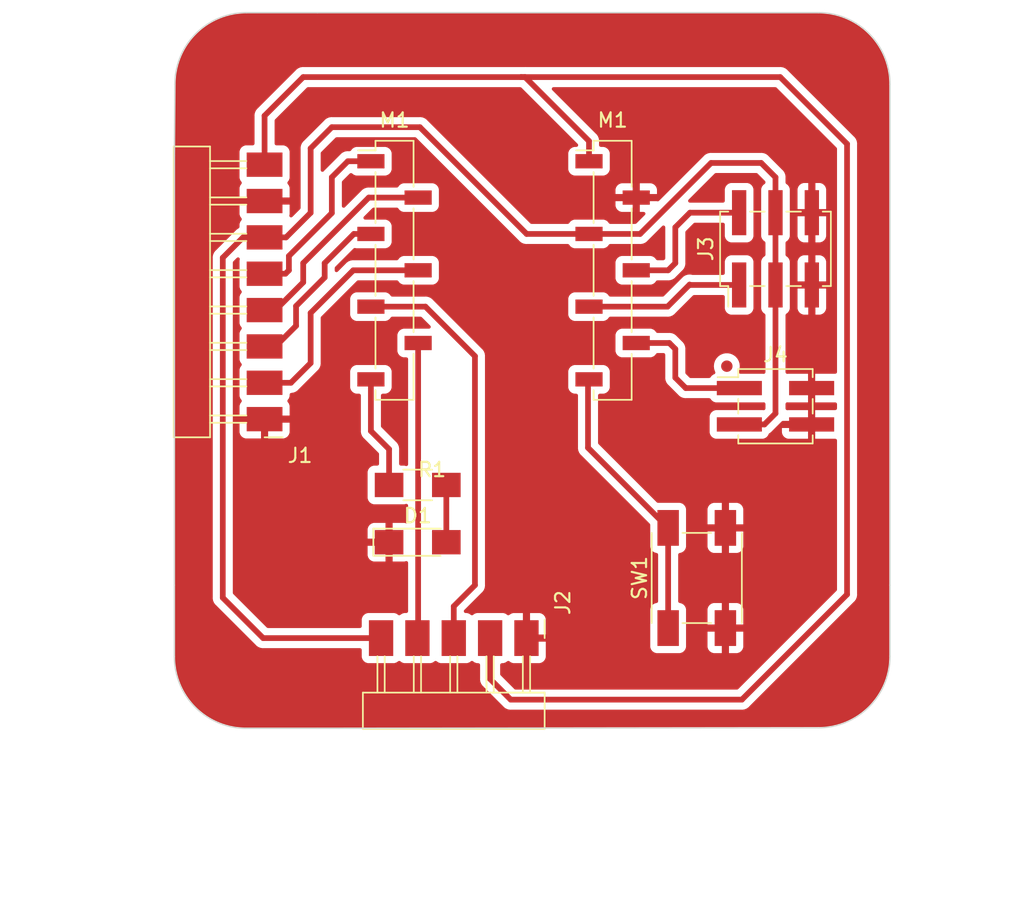
<source format=kicad_pcb>
(kicad_pcb (version 20221018) (generator pcbnew)

  (general
    (thickness 1.6)
  )

  (paper "A4")
  (layers
    (0 "F.Cu" signal)
    (31 "B.Cu" signal)
    (32 "B.Adhes" user "B.Adhesive")
    (33 "F.Adhes" user "F.Adhesive")
    (34 "B.Paste" user)
    (35 "F.Paste" user)
    (36 "B.SilkS" user "B.Silkscreen")
    (37 "F.SilkS" user "F.Silkscreen")
    (38 "B.Mask" user)
    (39 "F.Mask" user)
    (40 "Dwgs.User" user "User.Drawings")
    (41 "Cmts.User" user "User.Comments")
    (42 "Eco1.User" user "User.Eco1")
    (43 "Eco2.User" user "User.Eco2")
    (44 "Edge.Cuts" user)
    (45 "Margin" user)
    (46 "B.CrtYd" user "B.Courtyard")
    (47 "F.CrtYd" user "F.Courtyard")
    (48 "B.Fab" user)
    (49 "F.Fab" user)
    (50 "User.1" user)
    (51 "User.2" user)
    (52 "User.3" user)
    (53 "User.4" user)
    (54 "User.5" user)
    (55 "User.6" user)
    (56 "User.7" user)
    (57 "User.8" user)
    (58 "User.9" user)
  )

  (setup
    (stackup
      (layer "F.SilkS" (type "Top Silk Screen"))
      (layer "F.Paste" (type "Top Solder Paste"))
      (layer "F.Mask" (type "Top Solder Mask") (thickness 0.01))
      (layer "F.Cu" (type "copper") (thickness 0.035))
      (layer "dielectric 1" (type "core") (thickness 1.51) (material "FR4") (epsilon_r 4.5) (loss_tangent 0.02))
      (layer "B.Cu" (type "copper") (thickness 0.035))
      (layer "B.Mask" (type "Bottom Solder Mask") (thickness 0.01))
      (layer "B.Paste" (type "Bottom Solder Paste"))
      (layer "B.SilkS" (type "Bottom Silk Screen"))
      (copper_finish "None")
      (dielectric_constraints no)
    )
    (pad_to_mask_clearance 0)
    (pcbplotparams
      (layerselection 0x0001000_7fffffff)
      (plot_on_all_layers_selection 0x0000000_00000000)
      (disableapertmacros false)
      (usegerberextensions false)
      (usegerberattributes true)
      (usegerberadvancedattributes true)
      (creategerberjobfile false)
      (dashed_line_dash_ratio 12.000000)
      (dashed_line_gap_ratio 3.000000)
      (svgprecision 4)
      (plotframeref false)
      (viasonmask false)
      (mode 1)
      (useauxorigin false)
      (hpglpennumber 1)
      (hpglpenspeed 20)
      (hpglpendiameter 15.000000)
      (dxfpolygonmode true)
      (dxfimperialunits true)
      (dxfusepcbnewfont true)
      (psnegative false)
      (psa4output false)
      (plotreference false)
      (plotvalue false)
      (plotinvisibletext false)
      (sketchpadsonfab false)
      (subtractmaskfromsilk false)
      (outputformat 1)
      (mirror false)
      (drillshape 0)
      (scaleselection 1)
      (outputdirectory "")
    )
  )

  (net 0 "")
  (net 1 "Net-(D1-A)")
  (net 2 "PWR_GND")
  (net 3 "/D3")
  (net 4 "/D2")
  (net 5 "/D1")
  (net 6 "/D0")
  (net 7 "PWR_3V3")
  (net 8 "PWR_5V")
  (net 9 "/SDA")
  (net 10 "/SCL")
  (net 11 "/D9")
  (net 12 "/D10")
  (net 13 "/D8")
  (net 14 "/D6")
  (net 15 "/D7")

  (footprint "fab:PinHeader_1x05_P2.54mm_Horizontal_SMD" (layer "F.Cu") (at 204.6 123.7 -90))

  (footprint "fab:PinHeader_1x08_P2.54mm_Horizontal_SMD" (layer "F.Cu") (at 186.3 108.4 180))

  (footprint "fab:Button_Omron_B3SN_6.0x6.0mm" (layer "F.Cu") (at 216.5 119.5 90))

  (footprint "fab:R_1206" (layer "F.Cu") (at 197 113))

  (footprint "fab:LED_1206" (layer "F.Cu") (at 197 117))

  (footprint "fab:PinHeader_2x02_P2.54mm_Vertical_SMD" (layer "F.Cu") (at 222 107.5))

  (footprint "own_library:XIAO_socket" (layer "F.Cu") (at 203 98))

  (footprint "fab:PinHeader_2x03_P2.54mm_Vertical_SMD" (layer "F.Cu") (at 222 96.5 90))

  (gr_line (start 180.035534 85) (end 180 90)
    (stroke (width 0.1) (type default)) (layer "Edge.Cuts") (tstamp 0105cd42-c5f5-4967-a29e-e9aea5e178bd))
  (gr_line (start 230 85) (end 230 120)
    (stroke (width 0.1) (type default)) (layer "Edge.Cuts") (tstamp 08531742-96c5-493e-8188-edf86bcc4791))
  (gr_line (start 190 130) (end 225 129.964466)
    (stroke (width 0.1) (type default)) (layer "Edge.Cuts") (tstamp 18f9e519-6c8c-4b92-b56f-472016c6be10))
  (gr_line (start 180 120) (end 180 125)
    (stroke (width 0.1) (type default)) (layer "Edge.Cuts") (tstamp 3cf19456-f058-4a47-b620-42f08fe28897))
  (gr_line (start 180 90) (end 180 120)
    (stroke (width 0.1) (type default)) (layer "Edge.Cuts") (tstamp 4ef21117-1bdf-4e41-9817-ba8cc93eb424))
  (gr_arc (start 185 130) (mid 181.464466 128.535534) (end 180 125)
    (stroke (width 0.1) (type default)) (layer "Edge.Cuts") (tstamp 6094cd9b-9528-4c7a-ab6a-fe5ff231bec0))
  (gr_arc (start 180.035534 85) (mid 181.5 81.464466) (end 185.035534 80)
    (stroke (width 0.1) (type default)) (layer "Edge.Cuts") (tstamp 978c9809-c32d-46eb-ad86-c3d10add410d))
  (gr_line (start 190 130) (end 185 130)
    (stroke (width 0.1) (type default)) (layer "Edge.Cuts") (tstamp b5fd80c4-0802-4690-b97b-7b2c59dfceb4))
  (gr_line (start 230 120) (end 230 124.964466)
    (stroke (width 0.1) (type default)) (layer "Edge.Cuts") (tstamp b9d82541-9bd8-438a-88a8-a4f5a18771d0))
  (gr_arc (start 230 124.964466) (mid 228.535534 128.5) (end 225 129.964466)
    (stroke (width 0.1) (type default)) (layer "Edge.Cuts") (tstamp e3439636-7c71-42f5-8454-891aaf5922d4))
  (gr_line (start 190 80) (end 225 80)
    (stroke (width 0.1) (type default)) (layer "Edge.Cuts") (tstamp f708217f-7814-4768-b0f5-01c5a8c71648))
  (gr_arc (start 225 80) (mid 228.535534 81.464466) (end 230 85)
    (stroke (width 0.1) (type default)) (layer "Edge.Cuts") (tstamp fe406289-3b25-4b25-aaf2-d8cbc0cb648e))
  (gr_line (start 185.035534 80) (end 190 80)
    (stroke (width 0.1) (type default)) (layer "Edge.Cuts") (tstamp fee11a6c-1f96-4376-a530-b4b325ff8a2a))

  (segment (start 199 113) (end 199 117) (width 0.4) (layer "F.Cu") (net 1) (tstamp 4df3c1cb-8f92-48e3-984a-7910904e95a0))
  (segment (start 212.27 92.92) (end 213.08 92.92) (width 0.4) (layer "F.Cu") (net 2) (tstamp 5b2655b1-4fce-4ae5-9fb8-daa2499ea677))
  (segment (start 224.54 106.215) (end 224.525 106.23) (width 0.4) (layer "F.Cu") (net 2) (tstamp 6a3df2aa-667a-4583-90fa-3994ae346e0c))
  (segment (start 188.14 105.86) (end 189.52 104.48) (width 0.4) (layer "F.Cu") (net 3) (tstamp 1c26b5fb-2e9f-450a-9a06-12cd67b51540))
  (segment (start 189.52 100.98) (end 192.5 98) (width 0.4) (layer "F.Cu") (net 3) (tstamp 3df21bc4-cb26-4cf2-8f40-4091555937c9))
  (segment (start 192.5 98) (end 197.03 98) (width 0.4) (layer "F.Cu") (net 3) (tstamp 6f53b6b3-09ae-49a1-b2e2-fcd472a759eb))
  (segment (start 189.52 104.48) (end 189.52 100.98) (width 0.4) (layer "F.Cu") (net 3) (tstamp c6a0afd0-09ba-4ea3-8643-bf0e248ff337))
  (segment (start 186.3 105.86) (end 188.14 105.86) (width 0.4) (layer "F.Cu") (net 3) (tstamp df6b0c9f-a15a-4d27-a45d-c4aa9e8be457))
  (segment (start 190.5 97.5) (end 192.54 95.46) (width 0.4) (layer "F.Cu") (net 4) (tstamp 001db86a-cada-4062-a4c0-84f77c79f91b))
  (segment (start 188.5 101.88) (end 188.5 100.5) (width 0.4) (layer "F.Cu") (net 4) (tstamp 3c1de633-bdd4-4440-a113-c8913196f020))
  (segment (start 187.06 103.32) (end 188.5 101.88) (width 0.4) (layer "F.Cu") (net 4) (tstamp 4b69e7e6-e613-4699-b11a-17e189596297))
  (segment (start 186.3 103.32) (end 187.06 103.32) (width 0.4) (layer "F.Cu") (net 4) (tstamp 4fb40acc-19ca-4ae8-82b9-d426f7f77aec))
  (segment (start 190.5 98.5) (end 190.5 97.5) (width 0.4) (layer "F.Cu") (net 4) (tstamp 7b41eade-a3db-4d7c-9fe5-dff88c530a7f))
  (segment (start 192.54 95.46) (end 193.73 95.46) (width 0.4) (layer "F.Cu") (net 4) (tstamp 87e162ae-9a05-48c9-b7f4-5cfe28498c2f))
  (segment (start 188.5 100.5) (end 190.5 98.5) (width 0.4) (layer "F.Cu") (net 4) (tstamp c77c0cae-c064-4b97-82b2-cadb9dc5a9b6))
  (segment (start 189 98.84) (end 189 97.5) (width 0.4) (layer "F.Cu") (net 5) (tstamp 0c979cab-780c-4bdb-b05c-4fbfe559b12a))
  (segment (start 187.06 100.78) (end 189 98.84) (width 0.4) (layer "F.Cu") (net 5) (tstamp 0ff2e3c7-b4b8-4705-b1c1-542e2b7376ee))
  (segment (start 193.58 92.92) (end 197.03 92.92) (width 0.4) (layer "F.Cu") (net 5) (tstamp 3f65c596-5ccc-4b79-8e08-b814a9b341f5))
  (segment (start 189 97.5) (end 193.58 92.92) (width 0.4) (layer "F.Cu") (net 5) (tstamp 418a8586-5b43-42b7-807d-73e0b68c20de))
  (segment (start 187.22 100.78) (end 185.8 100.78) (width 0.4) (layer "F.Cu") (net 5) (tstamp 8593c63e-7b13-4a70-a0f9-c68ceb212b0e))
  (segment (start 186.3 100.78) (end 187.06 100.78) (width 0.4) (layer "F.Cu") (net 5) (tstamp d2b4eccc-5a50-4066-914b-0afa7c7cfa14))
  (segment (start 187.76 98.24) (end 188 98) (width 0.4) (layer "F.Cu") (net 6) (tstamp 044530ef-83a1-4f8f-94e7-6d6d4e90fb98))
  (segment (start 188 98) (end 188 97) (width 0.4) (layer "F.Cu") (net 6) (tstamp 0a71b496-45ef-412c-84e7-7b49d648a19e))
  (segment (start 192.12 90.38) (end 193.73 90.38) (width 0.4) (layer "F.Cu") (net 6) (tstamp 491534a6-97c6-4641-b613-907a5a53c697))
  (segment (start 188 97) (end 191 94) (width 0.4) (layer "F.Cu") (net 6) (tstamp 5abacd96-a74e-44eb-91b4-ee65fcd0a259))
  (segment (start 186.3 98.24) (end 187.76 98.24) (width 0.4) (layer "F.Cu") (net 6) (tstamp 936d13a9-f311-49c5-af00-fec6ddddd882))
  (segment (start 191 91.5) (end 192.12 90.38) (width 0.4) (layer "F.Cu") (net 6) (tstamp cc4af8eb-081f-49f4-9a43-0e5611d329a2))
  (segment (start 191 94) (end 191 91.5) (width 0.4) (layer "F.Cu") (net 6) (tstamp de979cad-aa7d-491a-9c40-3bf317c8545d))
  (segment (start 221 90.5) (end 217.5 90.5) (width 0.4) (layer "F.Cu") (net 7) (tstamp 0a7e9d3c-377d-44c9-8cba-2287c46f3637))
  (segment (start 189.52 93.98) (end 189.52 89.48) (width 0.4) (layer "F.Cu") (net 7) (tstamp 148e61b2-cabe-463b-9785-a3bc539a332a))
  (segment (start 221.23 108.77) (end 222 108) (width 0.4) (layer "F.Cu") (net 7) (tstamp 1e7571ee-6679-4c97-9a35-3cf9ea58b7da))
  (segment (start 183.38 97.12) (end 183.38 120.88) (width 0.4) (layer "F.Cu") (net 7) (tstamp 25d9bdc2-14a8-4d24-a06a-1166bdb698a7))
  (segment (start 222 93.975) (end 222 91.5) (width 0.4) (layer "F.Cu") (net 7) (tstamp 39dbfffb-fb95-4813-9cbf-b98941d7117d))
  (segment (start 187.8 95.7) (end 189.52 93.98) (width 0.4) (layer "F.Cu") (net 7) (tstamp 3a6f827d-067c-49bd-a553-c37e21fc6ce4))
  (segment (start 186.3 95.7) (end 187.8 95.7) (width 0.4) (layer "F.Cu") (net 7) (tstamp 46e64991-38a4-449b-b02d-fc3f5e2d4f6c))
  (segment (start 204.612178 95.46) (end 208.97 95.46) (width 0.4) (layer "F.Cu") (net 7) (tstamp 49e24965-31fb-4346-8514-4fc2e4ae3e38))
  (segment (start 222 93.975) (end 222 99.025) (width 0.4) (layer "F.Cu") (net 7) (tstamp 5f9ae937-5df7-4c22-8737-91948d617453))
  (segment (start 217.5 90.5) (end 212.54 95.46) (width 0.4) (layer "F.Cu") (net 7) (tstamp 61ce37b3-c4d8-47ca-a19c-4cb77120ea0a))
  (segment (start 222 91.5) (end 221 90.5) (width 0.4) (layer "F.Cu") (net 7) (tstamp 627468a2-ccb5-4150-8c87-8ff72ac726d1))
  (segment (start 191 88) (end 197.152178 88) (width 0.4) (layer "F.Cu") (net 7) (tstamp 74b405e1-abaf-46f9-9e6a-c9742be5fdba))
  (segment (start 212.54 95.46) (end 208.97 95.46) (width 0.4) (layer "F.Cu") (net 7) (tstamp 8ad07dd5-f76b-46f6-99e9-d5054485f73e))
  (segment (start 186.3 95.7) (end 184.8 95.7) (width 0.4) (layer "F.Cu") (net 7) (tstamp 9762c48e-889b-4cda-85cf-1b814138efac))
  (segment (start 222 108) (end 222 99.025) (width 0.4) (layer "F.Cu") (net 7) (tstamp 99a72e49-20a2-4eba-b913-db58ada7ac6d))
  (segment (start 219.475 108.77) (end 221.23 108.77) (width 0.4) (layer "F.Cu") (net 7) (tstamp a3f0ff1d-598b-4011-ad77-50bddd2b970d))
  (segment (start 184.8 95.7) (end 183.38 97.12) (width 0.4) (layer "F.Cu") (net 7) (tstamp b55f14dd-e3d9-4d8b-8103-ab7fa8ba97fa))
  (segment (start 189.52 89.48) (end 191 88) (width 0.4) (layer "F.Cu") (net 7) (tstamp c34cc120-912c-4e4c-80ad-1365c147b293))
  (segment (start 183.38 120.88) (end 186.2 123.7) (width 0.4) (layer "F.Cu") (net 7) (tstamp e6be9c84-27ac-4028-8a0a-8838188ca3d6))
  (segment (start 186.2 123.7) (end 194.44 123.7) (width 0.4) (layer "F.Cu") (net 7) (tstamp ecba98cb-2ac0-4c32-9c7a-b876142945e0))
  (segment (start 197.152178 88) (end 204.612178 95.46) (width 0.4) (layer "F.Cu") (net 7) (tstamp f640d5f4-0209-45b4-941b-326e54c69a8d))
  (segment (start 227 120.65) (end 227 89.17) (width 0.4) (layer "F.Cu") (net 8) (tstamp 05a11c7c-c8e3-4c6e-931d-5308c2a5a424))
  (segment (start 203.5 128) (end 219.65 128) (width 0.4) (layer "F.Cu") (net 8) (tstamp 0e7700ae-3264-4643-9a43-87c17c9504a0))
  (segment (start 204.5 84.5) (end 204.22 84.5) (width 0.4) (layer "F.Cu") (net 8) (tstamp 2db55d0b-5320-490c-b4c6-da6185e4e19f))
  (segment (start 227 89.17) (end 222.33 84.5) (width 0.4) (layer "F.Cu") (net 8) (tstamp 32d23c3a-528a-4a1d-a371-78f4969beea0))
  (segment (start 189 84.5) (end 186.3 87.2) (width 0.4) (layer "F.Cu") (net 8) (tstamp 346f5cda-4bb2-49f5-b504-5dd304ca91ce))
  (segment (start 202.06 126.56) (end 203.5 128) (width 0.4) (layer "F.Cu") (net 8) (tstamp 6c162ca7-48ba-4085-bc01-bb122910cfe6))
  (segment (start 208.97 90.38) (end 208.97 88.97) (width 0.4) (layer "F.Cu") (net 8) (tstamp 7f6fd2e3-57c0-4271-9084-b331c43233b9))
  (segment (start 222.33 84.5) (end 204.22 84.5) (width 0.4) (layer "F.Cu") (net 8) (tstamp 999db5d4-1d91-4aca-b32b-11859bb72f26))
  (segment (start 208.97 88.97) (end 204.5 84.5) (width 0.4) (layer "F.Cu") (net 8) (tstamp a46aac56-0d77-43aa-9a23-c8785d8a2e4d))
  (segment (start 202.06 123.7) (end 202.06 126.56) (width 0.4) (layer "F.Cu") (net 8) (tstamp c829113c-4fe8-4fc6-97a3-9779b1b6391c))
  (segment (start 219.65 128) (end 227 120.65) (width 0.4) (layer "F.Cu") (net 8) (tstamp ceba69df-3514-42a7-aec1-3a26c834a9f8))
  (segment (start 204.22 84.5) (end 189 84.5) (width 0.4) (layer "F.Cu") (net 8) (tstamp d8366592-7e34-4f86-8607-3a20325c008a))
  (segment (start 186.3 87.2) (end 186.3 90.62) (width 0.4) (layer "F.Cu") (net 8) (tstamp e16d890b-5bf1-431b-822e-fc805bdd7c1b))
  (segment (start 201 120) (end 199.52 121.48) (width 0.4) (layer "F.Cu") (net 9) (tstamp 22db7325-be4f-499b-a882-f06bf2527ce6))
  (segment (start 197.54 100.54) (end 201 104) (width 0.4) (layer "F.Cu") (net 9) (tstamp 85b66f00-7ff3-4723-b039-1d78627610b6))
  (segment (start 199.52 121.48) (end 199.52 123.7) (width 0.4) (layer "F.Cu") (net 9) (tstamp a40356ff-9874-4903-8ec7-59ca8145345f))
  (segment (start 201 104) (end 201 120) (width 0.4) (layer "F.Cu") (net 9) (tstamp a700a9c4-9aab-4a43-b3bf-c683b6eba638))
  (segment (start 193.73 100.54) (end 197.54 100.54) (width 0.4) (layer "F.Cu") (net 9) (tstamp d9cf5355-41d5-4dce-85fe-9181cc762888))
  (segment (start 197.03 123.65) (end 196.98 123.7) (width 0.4) (layer "F.Cu") (net 10) (tstamp 0a8b99e3-b55d-467f-854e-19ada9f48985))
  (segment (start 197.03 103.08) (end 197.03 123.65) (width 0.4) (layer "F.Cu") (net 10) (tstamp 7051a891-8930-43a9-9d25-0ff869990393))
  (segment (start 208.97 100.54) (end 214.46 100.54) (width 0.4) (layer "F.Cu") (net 11) (tstamp 36020ed3-7369-4c8c-a021-db7ecf13b629))
  (segment (start 216.025 99.025) (end 219.46 99.025) (width 0.4) (layer "F.Cu") (net 11) (tstamp 850aa7b8-c5dd-44d6-8e99-4dc24477293f))
  (segment (start 216 99) (end 216.025 99.025) (width 0.4) (layer "F.Cu") (net 11) (tstamp 871ffad2-25bf-4011-907d-ac896efa5f3d))
  (segment (start 214.46 100.54) (end 216 99) (width 0.4) (layer "F.Cu") (net 11) (tstamp fe57c087-7793-420e-b6ba-9bbc9c221ee1))
  (segment (start 215 95) (end 216.025 93.975) (width 0.4) (layer "F.Cu") (net 12) (tstamp 460e648c-ad34-482d-85db-4129a27fd793))
  (segment (start 214.5 98) (end 215 97.5) (width 0.4) (layer "F.Cu") (net 12) (tstamp 498eefd8-03bd-4aed-8ca8-885f013bb99d))
  (segment (start 212.27 98) (end 214.5 98) (width 0.4) (layer "F.Cu") (net 12) (tstamp 5e344e4e-ef88-4eb8-9bd5-77944ea2aba3))
  (segment (start 216.025 93.975) (end 219.46 93.975) (width 0.4) (layer "F.Cu") (net 12) (tstamp 792eb196-9340-4afd-bfb8-14ba099fa094))
  (segment (start 215 97.5) (end 215 95) (width 0.4) (layer "F.Cu") (net 12) (tstamp 8aa4789d-f581-4590-a1fb-ec6e2af13fe6))
  (segment (start 215 103.5) (end 215 105.5) (width 0.4) (layer "F.Cu") (net 13) (tstamp 6c39176d-7e37-471d-8e4a-d0e45fc14f9e))
  (segment (start 214.58 103.08) (end 215 103.5) (width 0.4) (layer "F.Cu") (net 13) (tstamp 8b53b213-0186-4dba-b02f-b4048f384165))
  (segment (start 215.73 106.23) (end 219.475 106.23) (width 0.4) (layer "F.Cu") (net 13) (tstamp 968150d7-9aa7-4a06-a7c0-fdf377d87f21))
  (segment (start 212.27 103.08) (end 214.58 103.08) (width 0.4) (layer "F.Cu") (net 13) (tstamp 9fe93045-6f2f-47c1-b059-98418c80409a))
  (segment (start 215 105.5) (end 215.73 106.23) (width 0.4) (layer "F.Cu") (net 13) (tstamp be79ca53-d8b3-4674-9dc2-14cfb67a3466))
  (segment (start 193.73 109.23) (end 195 110.5) (width 0.4) (layer "F.Cu") (net 14) (tstamp 0e416a94-a2d5-47d6-9d65-a930476f2ad0))
  (segment (start 193.73 105.62) (end 193.73 109.23) (width 0.4) (layer "F.Cu") (net 14) (tstamp 3fe1b081-9cf5-420f-bf63-03a9832d855a))
  (segment (start 195 110.5) (end 195 113) (width 0.4) (layer "F.Cu") (net 14) (tstamp 9b54cd17-4ca8-40e2-b091-e99b52bb7b0c))
  (segment (start 208.900499 105.689501) (end 208.900499 110.400499) (width 0.4) (layer "F.Cu") (net 15) (tstamp 433e5866-ba53-4bcd-8d87-5678495f3649))
  (segment (start 214.5 116) (end 214.5 123) (width 0.4) (layer "F.Cu") (net 15) (tstamp 5a985cb9-a3be-4167-b360-3207748def84))
  (segment (start 208.97 105.62) (end 208.900499 105.689501) (width 0.4) (layer "F.Cu") (net 15) (tstamp ca817079-c105-49c6-9300-563cfb595ed6))
  (segment (start 208.900499 110.400499) (end 214.5 116) (width 0.4) (layer "F.Cu") (net 15) (tstamp da0e6e75-8401-409c-8d57-bd3d2d98d3b6))

  (zone (net 2) (net_name "PWR_GND") (layer "F.Cu") (tstamp b0b90096-5182-446b-8cd5-a902b9a84ef1) (hatch edge 0.5)
    (connect_pads (clearance 0.5))
    (min_thickness 0.25) (filled_areas_thickness no)
    (fill yes (thermal_gap 0.5) (thermal_bridge_width 0.5))
    (polygon
      (pts
        (xy 180.05 79.93)
        (xy 230.01 79.99)
        (xy 230.01 129.99)
        (xy 179.99 130)
        (xy 180.05 79.94)
      )
    )
    (filled_polygon
      (layer "F.Cu")
      (pts
        (xy 225.002562 80.000605)
        (xy 225.2176 80.0095)
        (xy 225.413455 80.018052)
        (xy 225.42333 80.018881)
        (xy 225.636743 80.045483)
        (xy 225.636793 80.04549)
        (xy 225.834945 80.071577)
        (xy 225.844192 80.073153)
        (xy 226.053521 80.117044)
        (xy 226.054765 80.117312)
        (xy 226.250386 80.16068)
        (xy 226.258901 80.162889)
        (xy 226.463665 80.22385)
        (xy 226.465325 80.224359)
        (xy 226.656696 80.284698)
        (xy 226.664453 80.287431)
        (xy 226.863363 80.365046)
        (xy 226.865513 80.365911)
        (xy 227.051024 80.442752)
        (xy 227.057972 80.445886)
        (xy 227.225903 80.527982)
        (xy 227.249587 80.539561)
        (xy 227.252383 80.540972)
        (xy 227.43042 80.633652)
        (xy 227.436636 80.637118)
        (xy 227.619793 80.746255)
        (xy 227.622929 80.748187)
        (xy 227.623867 80.748785)
        (xy 227.792282 80.856078)
        (xy 227.79771 80.859741)
        (xy 227.971184 80.983599)
        (xy 227.974616 80.98614)
        (xy 228.133912 81.108372)
        (xy 228.138567 81.112126)
        (xy 228.301226 81.249891)
        (xy 228.304838 81.253072)
        (xy 228.452925 81.388769)
        (xy 228.456807 81.392486)
        (xy 228.607512 81.543191)
        (xy 228.611232 81.547076)
        (xy 228.746921 81.695155)
        (xy 228.750107 81.698772)
        (xy 228.887872 81.861431)
        (xy 228.891626 81.866086)
        (xy 229.013858 82.025382)
        (xy 229.016399 82.028814)
        (xy 229.140257 82.202288)
        (xy 229.14392 82.207716)
        (xy 229.2518 82.377052)
        (xy 229.253743 82.380205)
        (xy 229.36288 82.563362)
        (xy 229.366346 82.569578)
        (xy 229.459026 82.747615)
        (xy 229.460437 82.750411)
        (xy 229.554099 82.941997)
        (xy 229.55726 82.949005)
        (xy 229.634051 83.134395)
        (xy 229.635008 83.136774)
        (xy 229.712559 83.335523)
        (xy 229.715302 83.343309)
        (xy 229.775602 83.534554)
        (xy 229.776186 83.53646)
        (xy 229.837105 83.741084)
        (xy 229.839321 83.749627)
        (xy 229.882671 83.945166)
        (xy 229.882971 83.946559)
        (xy 229.926844 84.155802)
        (xy 229.928422 84.165062)
        (xy 229.954459 84.362829)
        (xy 229.954568 84.363677)
        (xy 229.981114 84.576641)
        (xy 229.981948 84.58657)
        (xy 229.990513 84.782728)
        (xy 229.990525 84.783013)
        (xy 229.999394 84.997438)
        (xy 229.9995 85.002562)
        (xy 229.9995 124.961905)
        (xy 229.999394 124.967029)
        (xy 229.990824 125.174258)
        (xy 229.990812 125.174552)
        (xy 229.9819 125.378314)
        (xy 229.981066 125.388233)
        (xy 229.955183 125.595891)
        (xy 229.955074 125.596738)
        (xy 229.928337 125.79984)
        (xy 229.926759 125.809102)
        (xy 229.883574 126.015066)
        (xy 229.883274 126.016458)
        (xy 229.839194 126.215295)
        (xy 229.836978 126.223838)
        (xy 229.776796 126.425988)
        (xy 229.776212 126.427894)
        (xy 229.715127 126.621634)
        (xy 229.712384 126.629421)
        (xy 229.635611 126.826178)
        (xy 229.634654 126.828557)
        (xy 229.557027 127.015966)
        (xy 229.553867 127.022972)
        (xy 229.461051 127.212835)
        (xy 229.459639 127.215633)
        (xy 229.366044 127.395428)
        (xy 229.362578 127.401644)
        (xy 229.254349 127.583277)
        (xy 229.252407 127.586429)
        (xy 229.143561 127.757285)
        (xy 229.139898 127.762713)
        (xy 229.016982 127.93487)
        (xy 229.01444 127.938303)
        (xy 228.891182 128.098936)
        (xy 228.887429 128.103591)
        (xy 228.750694 128.265035)
        (xy 228.747494 128.268667)
        (xy 228.610715 128.417937)
        (xy 228.606974 128.421845)
        (xy 228.457358 128.571462)
        (xy 228.45345 128.575203)
        (xy 228.372908 128.649007)
        (xy 228.316714 128.7005)
        (xy 228.304191 128.711975)
        (xy 228.300558 128.715176)
        (xy 228.139126 128.851901)
        (xy 228.134472 128.855653)
        (xy 227.973836 128.978915)
        (xy 227.970403 128.981457)
        (xy 227.798238 129.104381)
        (xy 227.792809 129.108045)
        (xy 227.621961 129.216887)
        (xy 227.61881 129.218828)
        (xy 227.437166 129.327066)
        (xy 227.430949 129.330533)
        (xy 227.251173 129.424118)
        (xy 227.248376 129.42553)
        (xy 227.058503 129.518353)
        (xy 227.051497 129.521513)
        (xy 226.86409 129.599141)
        (xy 226.861711 129.600097)
        (xy 226.664953 129.676873)
        (xy 226.657165 129.679617)
        (xy 226.463468 129.740689)
        (xy 226.461563 129.741273)
        (xy 226.259364 129.801471)
        (xy 226.250821 129.803687)
        (xy 226.051998 129.847766)
        (xy 226.050606 129.848066)
        (xy 225.844641 129.891252)
        (xy 225.835379 129.89283)
        (xy 225.632239 129.919573)
        (xy 225.631392 129.919682)
        (xy 225.423779 129.945561)
        (xy 225.41385 129.946395)
        (xy 225.202627 129.955618)
        (xy 225.202343 129.95563)
        (xy 225.003326 129.963862)
        (xy 224.998327 129.963968)
        (xy 191.841333 129.99763)
        (xy 184.99048 129.998998)
        (xy 184.985331 129.998892)
        (xy 184.783135 129.990529)
        (xy 184.782851 129.990517)
        (xy 184.586571 129.981948)
        (xy 184.576641 129.981114)
        (xy 184.363677 129.954568)
        (xy 184.362829 129.954459)
        (xy 184.165062 129.928422)
        (xy 184.155802 129.926844)
        (xy 183.946559 129.882971)
        (xy 183.945166 129.882671)
        (xy 183.749627 129.839321)
        (xy 183.741084 129.837105)
        (xy 183.53646 129.776186)
        (xy 183.534554 129.775602)
        (xy 183.343309 129.715302)
        (xy 183.335523 129.712559)
        (xy 183.206985 129.662404)
        (xy 183.136734 129.634991)
        (xy 183.134395 129.634051)
        (xy 182.949005 129.55726)
        (xy 182.941997 129.554099)
        (xy 182.750411 129.460437)
        (xy 182.747615 129.459026)
        (xy 182.569578 129.366346)
        (xy 182.563362 129.36288)
        (xy 182.380205 129.253743)
        (xy 182.377052 129.2518)
        (xy 182.207716 129.14392)
        (xy 182.202288 129.140257)
        (xy 182.028814 129.016399)
        (xy 182.025382 129.013858)
        (xy 181.866086 128.891626)
        (xy 181.861431 128.887872)
        (xy 181.698772 128.750107)
        (xy 181.695155 128.746921)
        (xy 181.547076 128.611232)
        (xy 181.543191 128.607512)
        (xy 181.392486 128.456807)
        (xy 181.388769 128.452925)
        (xy 181.253072 128.304838)
        (xy 181.249891 128.301226)
        (xy 181.112126 128.138567)
        (xy 181.108372 128.133912)
        (xy 180.98614 127.974616)
        (xy 180.983599 127.971184)
        (xy 180.859741 127.79771)
        (xy 180.856078 127.792282)
        (xy 180.748198 127.622946)
        (xy 180.746255 127.619793)
        (xy 180.637118 127.436636)
        (xy 180.633652 127.43042)
        (xy 180.540972 127.252383)
        (xy 180.539561 127.249587)
        (xy 180.521594 127.212835)
        (xy 180.445886 127.057972)
        (xy 180.442752 127.051024)
        (xy 180.365911 126.865513)
        (xy 180.365046 126.863363)
        (xy 180.287431 126.664453)
        (xy 180.284696 126.656689)
        (xy 180.224359 126.465325)
        (xy 180.22385 126.463665)
        (xy 180.162889 126.258901)
        (xy 180.16068 126.250386)
        (xy 180.117312 126.054765)
        (xy 180.117027 126.053439)
        (xy 180.111495 126.027057)
        (xy 180.073153 125.844192)
        (xy 180.071576 125.834936)
        (xy 180.04549 125.636793)
        (xy 180.045483 125.636743)
        (xy 180.018881 125.42333)
        (xy 180.018052 125.413455)
        (xy 180.009487 125.217291)
        (xy 180.000605 125.002562)
        (xy 180.0005 124.997439)
        (xy 180.0005 121.239492)
        (xy 180.000502 121.23821)
        (xy 180.00088 120.922606)
        (xy 182.675642 120.922606)
        (xy 182.676993 120.929982)
        (xy 182.676994 120.929987)
        (xy 182.686483 120.981771)
        (xy 182.68761 120.989171)
        (xy 182.693955 121.041425)
        (xy 182.693956 121.04143)
        (xy 182.69486 121.048872)
        (xy 182.697519 121.055885)
        (xy 182.697521 121.055891)
        (xy 182.69845 121.05834)
        (xy 182.704475 121.079952)
        (xy 182.704951 121.082551)
        (xy 182.704954 121.08256)
        (xy 182.706305 121.089932)
        (xy 182.709382 121.096769)
        (xy 182.709383 121.096772)
        (xy 182.730991 121.144784)
        (xy 182.733857 121.151702)
        (xy 182.73812 121.162941)
        (xy 182.755182 121.20793)
        (xy 182.759442 121.214102)
        (xy 182.759445 121.214107)
        (xy 182.760937 121.216268)
        (xy 182.771959 121.23581)
        (xy 182.773039 121.23821)
        (xy 182.773044 121.238219)
        (xy 182.776122 121.245057)
        (xy 182.780745 121.250958)
        (xy 182.780747 121.250961)
        (xy 182.813216 121.292404)
        (xy 182.817636 121.29841)
        (xy 182.851817 121.347929)
        (xy 182.896847 121.387822)
        (xy 182.902282 121.392939)
        (xy 185.687059 124.177716)
        (xy 185.692193 124.18317)
        (xy 185.732071 124.228183)
        (xy 185.781577 124.262355)
        (xy 185.787597 124.266785)
        (xy 185.823036 124.29455)
        (xy 185.834943 124.303878)
        (xy 185.841783 124.306956)
        (xy 185.841784 124.306957)
        (xy 185.844181 124.308036)
        (xy 185.86373 124.319061)
        (xy 185.87207 124.324818)
        (xy 185.928301 124.346143)
        (xy 185.935223 124.34901)
        (xy 185.990068 124.373694)
        (xy 186.000035 124.37552)
        (xy 186.021653 124.381547)
        (xy 186.024113 124.38248)
        (xy 186.024116 124.38248)
        (xy 186.031128 124.38514)
        (xy 186.088602 124.392118)
        (xy 186.09083 124.392389)
        (xy 186.098235 124.393516)
        (xy 186.114066 124.396416)
        (xy 186.157394 124.404357)
        (xy 186.217422 124.400726)
        (xy 186.22491 124.4005)
        (xy 192.965501 124.4005)
        (xy 193.027501 124.417113)
        (xy 193.072888 124.4625)
        (xy 193.089501 124.5245)
        (xy 193.089501 124.997872)
        (xy 193.089853 125.00115)
        (xy 193.089854 125.001161)
        (xy 193.095079 125.049768)
        (xy 193.09508 125.049773)
        (xy 193.095909 125.057483)
        (xy 193.098619 125.064749)
        (xy 193.09862 125.064753)
        (xy 193.132217 125.154831)
        (xy 193.146204 125.192331)
        (xy 193.151518 125.19943)
        (xy 193.151519 125.199431)
        (xy 193.164643 125.216963)
        (xy 193.232454 125.307546)
        (xy 193.347669 125.393796)
        (xy 193.482517 125.444091)
        (xy 193.542127 125.4505)
        (xy 195.337872 125.450499)
        (xy 195.397483 125.444091)
        (xy 195.532331 125.393796)
        (xy 195.635689 125.316421)
        (xy 195.683642 125.294523)
        (xy 195.736358 125.294523)
        (xy 195.78431 125.316421)
        (xy 195.887669 125.393796)
        (xy 196.022517 125.444091)
        (xy 196.082127 125.4505)
        (xy 197.877872 125.450499)
        (xy 197.937483 125.444091)
        (xy 198.072331 125.393796)
        (xy 198.175689 125.316421)
        (xy 198.223642 125.294523)
        (xy 198.276358 125.294523)
        (xy 198.32431 125.316421)
        (xy 198.427669 125.393796)
        (xy 198.562517 125.444091)
        (xy 198.622127 125.4505)
        (xy 200.417872 125.450499)
        (xy 200.477483 125.444091)
        (xy 200.612331 125.393796)
        (xy 200.715689 125.316421)
        (xy 200.763642 125.294523)
        (xy 200.816358 125.294523)
        (xy 200.86431 125.316421)
        (xy 200.967669 125.393796)
        (xy 201.102517 125.444091)
        (xy 201.162127 125.4505)
        (xy 201.2355 125.4505)
        (xy 201.2975 125.467113)
        (xy 201.342887 125.5125)
        (xy 201.3595 125.5745)
        (xy 201.3595 126.535079)
        (xy 201.359274 126.542567)
        (xy 201.356094 126.595118)
        (xy 201.356094 126.595126)
        (xy 201.355642 126.602606)
        (xy 201.356993 126.609982)
        (xy 201.356994 126.609987)
        (xy 201.366483 126.661771)
        (xy 201.36761 126.669171)
        (xy 201.373955 126.721425)
        (xy 201.373956 126.72143)
        (xy 201.37486 126.728872)
        (xy 201.377519 126.735885)
        (xy 201.377521 126.735891)
        (xy 201.37845 126.73834)
        (xy 201.384475 126.759952)
        (xy 201.384951 126.762551)
        (xy 201.384954 126.76256)
        (xy 201.386305 126.769932)
        (xy 201.389382 126.776769)
        (xy 201.389383 126.776772)
        (xy 201.410991 126.824784)
        (xy 201.413857 126.831702)
        (xy 201.435182 126.88793)
        (xy 201.439442 126.894102)
        (xy 201.439445 126.894107)
        (xy 201.440937 126.896268)
        (xy 201.451959 126.91581)
        (xy 201.453039 126.91821)
        (xy 201.453044 126.918219)
        (xy 201.456122 126.925057)
        (xy 201.460745 126.930958)
        (xy 201.460747 126.930961)
        (xy 201.493216 126.972404)
        (xy 201.497636 126.97841)
        (xy 201.531817 127.027929)
        (xy 201.576847 127.067822)
        (xy 201.582282 127.072939)
        (xy 202.987052 128.477708)
        (xy 202.992186 128.483162)
        (xy 203.032071 128.528183)
        (xy 203.038243 128.532443)
        (xy 203.038244 128.532444)
        (xy 203.081573 128.562352)
        (xy 203.087603 128.566788)
        (xy 203.134944 128.603878)
        (xy 203.14418 128.608034)
        (xy 203.163727 128.619059)
        (xy 203.17207 128.624818)
        (xy 203.21933 128.642741)
        (xy 203.228298 128.646142)
        (xy 203.23522 128.649009)
        (xy 203.290069 128.673695)
        (xy 203.300041 128.675522)
        (xy 203.321656 128.681547)
        (xy 203.331128 128.68514)
        (xy 203.388831 128.692146)
        (xy 203.390815 128.692387)
        (xy 203.398222 128.693514)
        (xy 203.457394 128.704358)
        (xy 203.517433 128.700725)
        (xy 203.524921 128.7005)
        (xy 219.625079 128.7005)
        (xy 219.632566 128.700725)
        (xy 219.692606 128.704358)
        (xy 219.751782 128.693513)
        (xy 219.759181 128.692387)
        (xy 219.818872 128.68514)
        (xy 219.828332 128.681551)
        (xy 219.849959 128.675522)
        (xy 219.859932 128.673695)
        (xy 219.914808 128.648996)
        (xy 219.921673 128.646152)
        (xy 219.97793 128.624818)
        (xy 219.986264 128.619064)
        (xy 220.005821 128.608034)
        (xy 220.015057 128.603878)
        (xy 220.062413 128.566775)
        (xy 220.068426 128.562352)
        (xy 220.117929 128.528183)
        (xy 220.157822 128.483151)
        (xy 220.162924 128.477731)
        (xy 227.477731 121.162924)
        (xy 227.483151 121.157822)
        (xy 227.528183 121.117929)
        (xy 227.562362 121.068411)
        (xy 227.566789 121.062396)
        (xy 227.569967 121.05834)
        (xy 227.603878 121.015056)
        (xy 227.608034 121.00582)
        (xy 227.619061 120.986269)
        (xy 227.624818 120.97793)
        (xy 227.646147 120.921686)
        (xy 227.649001 120.914795)
        (xy 227.673695 120.859931)
        (xy 227.675522 120.849957)
        (xy 227.681548 120.82834)
        (xy 227.68514 120.818872)
        (xy 227.692386 120.759184)
        (xy 227.693514 120.751776)
        (xy 227.704358 120.692606)
        (xy 227.700725 120.632566)
        (xy 227.7005 120.625079)
        (xy 227.7005 89.19491)
        (xy 227.700726 89.187423)
        (xy 227.703904 89.134881)
        (xy 227.704357 89.127394)
        (xy 227.693516 89.068235)
        (xy 227.692389 89.06083)
        (xy 227.692118 89.058602)
        (xy 227.68514 89.001128)
        (xy 227.68248 88.994116)
        (xy 227.68248 88.994113)
        (xy 227.681547 88.991653)
        (xy 227.67552 88.970035)
        (xy 227.673694 88.960068)
        (xy 227.649012 88.905228)
        (xy 227.646145 88.898306)
        (xy 227.624818 88.84207)
        (xy 227.620556 88.835896)
        (xy 227.620552 88.835888)
        (xy 227.619058 88.833724)
        (xy 227.608032 88.814175)
        (xy 227.606956 88.811785)
        (xy 227.603877 88.804943)
        (xy 227.595395 88.794117)
        (xy 227.566788 88.757602)
        (xy 227.562349 88.751569)
        (xy 227.532442 88.708241)
        (xy 227.532441 88.70824)
        (xy 227.528183 88.702071)
        (xy 227.48317 88.662193)
        (xy 227.477716 88.657059)
        (xy 222.842939 84.022282)
        (xy 222.837822 84.016847)
        (xy 222.797929 83.971817)
        (xy 222.74841 83.937636)
        (xy 222.742404 83.933216)
        (xy 222.700961 83.900747)
        (xy 222.700958 83.900745)
        (xy 222.695057 83.896122)
        (xy 222.688219 83.893044)
        (xy 222.68821 83.893039)
        (xy 222.68581 83.891959)
        (xy 222.666268 83.880937)
        (xy 222.664107 83.879445)
        (xy 222.664102 83.879442)
        (xy 222.65793 83.875182)
        (xy 222.601702 83.853857)
        (xy 222.594784 83.850991)
        (xy 222.546772 83.829383)
        (xy 222.546769 83.829382)
        (xy 222.539932 83.826305)
        (xy 222.53256 83.824954)
        (xy 222.532551 83.824951)
        (xy 222.529952 83.824475)
        (xy 222.50834 83.81845)
        (xy 222.505891 83.817521)
        (xy 222.505885 83.817519)
        (xy 222.498872 83.81486)
        (xy 222.49143 83.813956)
        (xy 222.491425 83.813955)
        (xy 222.439171 83.80761)
        (xy 222.431771 83.806483)
        (xy 222.379987 83.796994)
        (xy 222.379982 83.796993)
        (xy 222.372606 83.795642)
        (xy 222.365126 83.796094)
        (xy 222.365118 83.796094)
        (xy 222.312567 83.799274)
        (xy 222.305079 83.7995)
        (xy 204.574927 83.7995)
        (xy 204.552576 83.797469)
        (xy 204.549985 83.796994)
        (xy 204.549983 83.796993)
        (xy 204.542606 83.795642)
        (xy 204.535126 83.796094)
        (xy 204.535118 83.796094)
        (xy 204.482567 83.799274)
        (xy 204.475079 83.7995)
        (xy 204.262372 83.7995)
        (xy 189.024921 83.7995)
        (xy 189.017433 83.799274)
        (xy 188.964881 83.796094)
        (xy 188.964873 83.796094)
        (xy 188.957394 83.795642)
        (xy 188.950018 83.796993)
        (xy 188.950011 83.796994)
        (xy 188.898228 83.806483)
        (xy 188.890828 83.80761)
        (xy 188.838569 83.813956)
        (xy 188.838565 83.813956)
        (xy 188.831128 83.81486)
        (xy 188.824119 83.817517)
        (xy 188.824114 83.817519)
        (xy 188.821643 83.818456)
        (xy 188.800053 83.824474)
        (xy 188.797452 83.82495)
        (xy 188.797438 83.824954)
        (xy 188.790069 83.826305)
        (xy 188.783232 83.829381)
        (xy 188.783232 83.829382)
        (xy 188.735226 83.850987)
        (xy 188.72831 83.853851)
        (xy 188.679082 83.872521)
        (xy 188.67907 83.872526)
        (xy 188.67207 83.875182)
        (xy 188.665904 83.879437)
        (xy 188.665894 83.879443)
        (xy 188.663717 83.880946)
        (xy 188.644195 83.891957)
        (xy 188.641783 83.893042)
        (xy 188.641771 83.893048)
        (xy 188.634944 83.896122)
        (xy 188.629048 83.90074)
        (xy 188.629043 83.900744)
        (xy 188.587608 83.933205)
        (xy 188.581581 83.93764)
        (xy 188.538245 83.967554)
        (xy 188.538238 83.967559)
        (xy 188.532071 83.971817)
        (xy 188.527102 83.977425)
        (xy 188.527096 83.977431)
        (xy 188.492184 84.016838)
        (xy 188.487051 84.02229)
        (xy 185.82229 86.687051)
        (xy 185.816838 86.692184)
        (xy 185.777431 86.727096)
        (xy 185.777425 86.727102)
        (xy 185.771817 86.732071)
        (xy 185.76756 86.738236)
        (xy 185.767551 86.738248)
        (xy 185.737649 86.781568)
        (xy 185.733213 86.787597)
        (xy 185.700749 86.829035)
        (xy 185.700743 86.829043)
        (xy 185.696122 86.834943)
        (xy 185.693044 86.84178)
        (xy 185.693043 86.841783)
        (xy 185.691962 86.844185)
        (xy 185.68094 86.863727)
        (xy 185.679441 86.865898)
        (xy 185.679437 86.865904)
        (xy 185.675182 86.87207)
        (xy 185.672526 86.87907)
        (xy 185.672522 86.87908)
        (xy 185.653853 86.928305)
        (xy 185.650989 86.935219)
        (xy 185.629382 86.983229)
        (xy 185.629379 86.983235)
        (xy 185.626305 86.990068)
        (xy 185.624953 86.997439)
        (xy 185.624951 86.997449)
        (xy 185.624474 87.000053)
        (xy 185.618456 87.021643)
        (xy 185.617519 87.024114)
        (xy 185.617517 87.024119)
        (xy 185.61486 87.031128)
        (xy 185.613956 87.038565)
        (xy 185.613956 87.038569)
        (xy 185.60761 87.090827)
        (xy 185.606483 87.098226)
        (xy 185.596994 87.15001)
        (xy 185.596993 87.150018)
        (xy 185.595642 87.157394)
        (xy 185.596094 87.164873)
        (xy 185.596094 87.164881)
        (xy 185.599274 87.217433)
        (xy 185.5995 87.224921)
        (xy 185.5995 89.145501)
        (xy 185.582887 89.207501)
        (xy 185.5375 89.252888)
        (xy 185.4755 89.269501)
        (xy 185.002128 89.269501)
        (xy 184.99885 89.269853)
        (xy 184.998838 89.269854)
        (xy 184.950231 89.275079)
        (xy 184.950225 89.27508)
        (xy 184.942517 89.275909)
        (xy 184.935252 89.278618)
        (xy 184.935246 89.27862)
        (xy 184.81598 89.323104)
        (xy 184.815978 89.323104)
        (xy 184.807669 89.326204)
        (xy 184.800572 89.331516)
        (xy 184.800568 89.331519)
        (xy 184.69955 89.407141)
        (xy 184.699546 89.407144)
        (xy 184.692454 89.412454)
        (xy 184.687144 89.419546)
        (xy 184.687141 89.41955)
        (xy 184.611519 89.520568)
        (xy 184.611516 89.520572)
        (xy 184.606204 89.527669)
        (xy 184.603104 89.535978)
        (xy 184.603104 89.53598)
        (xy 184.55862 89.655247)
        (xy 184.558619 89.65525)
        (xy 184.555909 89.662517)
        (xy 184.555079 89.670227)
        (xy 184.555079 89.670232)
        (xy 184.549855 89.718819)
        (xy 184.549854 89.718831)
        (xy 184.5495 89.722127)
        (xy 184.5495 89.725448)
        (xy 184.5495 89.725449)
        (xy 184.5495 91.51456)
        (xy 184.5495 91.514578)
        (xy 184.549501 91.517872)
        (xy 184.549853 91.52115)
        (xy 184.549854 91.521161)
        (xy 184.555079 91.569768)
        (xy 184.55508 91.569773)
        (xy 184.555909 91.577483)
        (xy 184.558619 91.584749)
        (xy 184.55862 91.584753)
        (xy 184.592217 91.674831)
        (xy 184.606204 91.712331)
        (xy 184.611518 91.71943)
        (xy 184.611519 91.719431)
        (xy 184.683889 91.816105)
        (xy 184.705788 91.864057)
        (xy 184.705788 91.916774)
        (xy 184.683889 91.964726)
        (xy 184.611964 92.060806)
        (xy 184.603547 92.076222)
        (xy 184.559111 92.195358)
        (xy 184.555573 92.210332)
        (xy 184.550353 92.258885)
        (xy 184.55 92.265482)
        (xy 184.55 92.893674)
        (xy 184.55345 92.906549)
        (xy 184.566326 92.91)
        (xy 188.033674 92.91)
        (xy 188.046549 92.906549)
        (xy 188.05 92.893674)
        (xy 188.05 92.265482)
        (xy 188.049646 92.258885)
        (xy 188.044426 92.210332)
        (xy 188.040888 92.195358)
        (xy 187.996452 92.076222)
        (xy 187.988037 92.06081)
        (xy 187.91611 91.964727)
        (xy 187.894211 91.916774)
        (xy 187.894211 91.864057)
        (xy 187.916111 91.816104)
        (xy 187.93261 91.794065)
        (xy 187.993796 91.712331)
        (xy 188.044091 91.577483)
        (xy 188.0505 91.517873)
        (xy 188.050499 89.722128)
        (xy 188.044091 89.662517)
        (xy 187.993796 89.527669)
        (xy 187.907546 89.412454)
        (xy 187.872086 89.385909)
        (xy 187.799431 89.331519)
        (xy 187.79943 89.331518)
        (xy 187.792331 89.326204)
        (xy 187.657483 89.275909)
        (xy 187.64977 89.275079)
        (xy 187.649767 89.275079)
        (xy 187.60118 89.269855)
        (xy 187.601169 89.269854)
        (xy 187.597873 89.2695)
        (xy 187.594551 89.2695)
        (xy 187.1245 89.2695)
        (xy 187.0625 89.252887)
        (xy 187.017113 89.2075)
        (xy 187.0005 89.1455)
        (xy 187.0005 87.541519)
        (xy 187.009939 87.494066)
        (xy 187.036819 87.453838)
        (xy 189.253838 85.236819)
        (xy 189.294066 85.209939)
        (xy 189.341519 85.2005)
        (xy 204.158481 85.2005)
        (xy 204.205934 85.209939)
        (xy 204.246162 85.236819)
        (xy 208.177163 89.16782)
        (xy 208.207413 89.217183)
        (xy 208.211955 89.274899)
        (xy 208.1898 89.328386)
        (xy 208.145777 89.365986)
        (xy 208.089482 89.379501)
        (xy 207.972128 89.379501)
        (xy 207.96885 89.379853)
        (xy 207.968838 89.379854)
        (xy 207.920231 89.385079)
        (xy 207.920225 89.38508)
        (xy 207.912517 89.385909)
        (xy 207.905252 89.388618)
        (xy 207.905246 89.38862)
        (xy 207.78598 89.433104)
        (xy 207.785978 89.433104)
        (xy 207.777669 89.436204)
        (xy 207.770572 89.441516)
        (xy 207.770568 89.441519)
        (xy 207.66955 89.517141)
        (xy 207.669546 89.517144)
        (xy 207.662454 89.522454)
        (xy 207.657144 89.529546)
        (xy 207.657141 89.52955)
        (xy 207.581519 89.630568)
        (xy 207.581516 89.630572)
        (xy 207.576204 89.637669)
        (xy 207.573104 89.645978)
        (xy 207.573104 89.64598)
        (xy 207.52862 89.765247)
        (xy 207.528619 89.76525)
        (xy 207.525909 89.772517)
        (xy 207.525079 89.780227)
        (xy 207.525079 89.780232)
        (xy 207.519855 89.828819)
        (xy 207.519854 89.828831)
        (xy 207.5195 89.832127)
        (xy 207.5195 89.835448)
        (xy 207.5195 89.835449)
        (xy 207.5195 90.92456)
        (xy 207.5195 90.924578)
        (xy 207.519501 90.927872)
        (xy 207.519853 90.93115)
        (xy 207.519854 90.931161)
        (xy 207.525079 90.979768)
        (xy 207.52508 90.979773)
        (xy 207.525909 90.987483)
        (xy 207.528619 90.994749)
        (xy 207.52862 90.994753)
        (xy 207.544842 91.038246)
        (xy 207.576204 91.122331)
        (xy 207.581518 91.12943)
        (xy 207.581519 91.129431)
        (xy 207.600253 91.154457)
        (xy 207.662454 91.237546)
        (xy 207.777669 91.323796)
        (xy 207.912517 91.374091)
        (xy 207.972127 91.3805)
        (xy 209.967872 91.380499)
        (xy 210.027483 91.374091)
        (xy 210.162331 91.323796)
        (xy 210.277546 91.237546)
        (xy 210.363796 91.122331)
        (xy 210.414091 90.987483)
        (xy 210.4205 90.927873)
        (xy 210.420499 89.832128)
        (xy 210.414091 89.772517)
        (xy 210.363796 89.637669)
        (xy 210.277546 89.522454)
        (xy 210.162331 89.436204)
        (xy 210.027483 89.385909)
        (xy 210.01977 89.385079)
        (xy 210.019767 89.385079)
        (xy 209.97118 89.379855)
        (xy 209.971169 89.379854)
        (xy 209.967873 89.3795)
        (xy 209.964551 89.3795)
        (xy 209.7945 89.3795)
        (xy 209.7325 89.362887)
        (xy 209.687113 89.3175)
        (xy 209.6705 89.2555)
        (xy 209.6705 88.994921)
        (xy 209.670726 88.987433)
        (xy 209.673905 88.934881)
        (xy 209.674358 88.927394)
        (xy 209.663514 88.868221)
        (xy 209.662387 88.860815)
        (xy 209.65936 88.835888)
        (xy 209.65514 88.801128)
        (xy 209.651547 88.791656)
        (xy 209.645522 88.770041)
        (xy 209.643695 88.760069)
        (xy 209.619009 88.70522)
        (xy 209.616142 88.698298)
        (xy 209.59748 88.64909)
        (xy 209.594818 88.64207)
        (xy 209.589059 88.633727)
        (xy 209.578033 88.614177)
        (xy 209.576956 88.611784)
        (xy 209.573878 88.604944)
        (xy 209.536791 88.557605)
        (xy 209.532353 88.551574)
        (xy 209.502446 88.508247)
        (xy 209.498183 88.502071)
        (xy 209.492568 88.497097)
        (xy 209.492565 88.497093)
        (xy 209.45317 88.462193)
        (xy 209.447716 88.457059)
        (xy 206.402838 85.412181)
        (xy 206.372588 85.362818)
        (xy 206.368046 85.305102)
        (xy 206.390201 85.251615)
        (xy 206.434224 85.214015)
        (xy 206.490519 85.2005)
        (xy 221.988481 85.2005)
        (xy 222.035934 85.209939)
        (xy 222.076162 85.236819)
        (xy 226.263181 89.423838)
        (xy 226.290061 89.464066)
        (xy 226.2995 89.511519)
        (xy 226.2995 105.10826)
        (xy 226.280606 105.174053)
        (xy 226.229681 105.219797)
        (xy 226.162245 105.23155)
        (xy 226.151114 105.230353)
        (xy 226.144518 105.23)
        (xy 224.791326 105.23)
        (xy 224.77845 105.23345)
        (xy 224.775 105.246326)
        (xy 224.775 107.213674)
        (xy 224.77845 107.226549)
        (xy 224.791326 107.23)
        (xy 226.144518 107.23)
        (xy 226.151114 107.229646)
        (xy 226.162245 107.22845)
        (xy 226.229681 107.240203)
        (xy 226.280606 107.285947)
        (xy 226.2995 107.35174)
        (xy 226.2995 107.64826)
        (xy 226.280606 107.714053)
        (xy 226.229681 107.759797)
        (xy 226.162245 107.77155)
        (xy 226.151114 107.770353)
        (xy 226.144518 107.77)
        (xy 224.791326 107.77)
        (xy 224.77845 107.77345)
        (xy 224.775 107.786326)
        (xy 224.775 109.753674)
        (xy 224.77845 109.766549)
        (xy 224.791326 109.77)
        (xy 226.144518 109.77)
        (xy 226.151114 109.769646)
        (xy 226.162245 109.76845)
        (xy 226.229681 109.780203)
        (xy 226.280606 109.825947)
        (xy 226.2995 109.89174)
        (xy 226.2995 120.308481)
        (xy 226.290061 120.355934)
        (xy 226.263181 120.396162)
        (xy 219.396162 127.263181)
        (xy 219.355934 127.290061)
        (xy 219.308481 127.2995)
        (xy 203.841518 127.2995)
        (xy 203.794065 127.290061)
        (xy 203.753837 127.263181)
        (xy 202.796819 126.306162)
        (xy 202.769939 126.265934)
        (xy 202.7605 126.218481)
        (xy 202.7605 125.574499)
        (xy 202.777113 125.512499)
        (xy 202.8225 125.467112)
        (xy 202.8845 125.450499)
        (xy 202.954561 125.450499)
        (xy 202.957872 125.450499)
        (xy 203.017483 125.444091)
        (xy 203.152331 125.393796)
        (xy 203.256105 125.31611)
        (xy 203.304057 125.294211)
        (xy 203.356774 125.294211)
        (xy 203.404727 125.31611)
        (xy 203.50081 125.388037)
        (xy 203.516222 125.396452)
        (xy 203.635358 125.440888)
        (xy 203.650332 125.444426)
        (xy 203.698885 125.449646)
        (xy 203.705482 125.45)
        (xy 204.333674 125.45)
        (xy 204.346549 125.446549)
        (xy 204.35 125.433674)
        (xy 204.85 125.433674)
        (xy 204.85345 125.446549)
        (xy 204.866326 125.45)
        (xy 205.494518 125.45)
        (xy 205.501114 125.449646)
        (xy 205.549667 125.444426)
        (xy 205.564641 125.440888)
        (xy 205.683777 125.396452)
        (xy 205.699189 125.388037)
        (xy 205.800092 125.312501)
        (xy 205.812501 125.300092)
        (xy 205.888037 125.199189)
        (xy 205.896452 125.183777)
        (xy 205.940888 125.064641)
        (xy 205.944426 125.049667)
        (xy 205.949646 125.001114)
        (xy 205.95 124.994518)
        (xy 205.95 123.966326)
        (xy 205.946549 123.95345)
        (xy 205.933674 123.95)
        (xy 204.866326 123.95)
        (xy 204.85345 123.95345)
        (xy 204.85 123.966326)
        (xy 204.85 125.433674)
        (xy 204.35 125.433674)
        (xy 204.35 123.433674)
        (xy 204.85 123.433674)
        (xy 204.85345 123.446549)
        (xy 204.866326 123.45)
        (xy 205.933674 123.45)
        (xy 205.946549 123.446549)
        (xy 205.95 123.433674)
        (xy 205.95 122.405482)
        (xy 205.949646 122.398885)
        (xy 205.944426 122.350332)
        (xy 205.940888 122.335358)
        (xy 205.896452 122.216222)
        (xy 205.888037 122.20081)
        (xy 205.812501 122.099907)
        (xy 205.800092 122.087498)
        (xy 205.699189 122.011962)
        (xy 205.683777 122.003547)
        (xy 205.564641 121.959111)
        (xy 205.549667 121.955573)
        (xy 205.501114 121.950353)
        (xy 205.494518 121.95)
        (xy 204.866326 121.95)
        (xy 204.85345 121.95345)
        (xy 204.85 121.966326)
        (xy 204.85 123.433674)
        (xy 204.35 123.433674)
        (xy 204.35 121.966326)
        (xy 204.346549 121.95345)
        (xy 204.333674 121.95)
        (xy 203.705482 121.95)
        (xy 203.698885 121.950353)
        (xy 203.650332 121.955573)
        (xy 203.635358 121.959111)
        (xy 203.516222 122.003547)
        (xy 203.500806 122.011964)
        (xy 203.404726 122.083889)
        (xy 203.356774 122.105788)
        (xy 203.304057 122.105788)
        (xy 203.256105 122.083889)
        (xy 203.159431 122.011519)
        (xy 203.15943 122.011518)
        (xy 203.152331 122.006204)
        (xy 203.081965 121.979959)
        (xy 203.024752 121.95862)
        (xy 203.02475 121.958619)
        (xy 203.017483 121.955909)
        (xy 203.00977 121.955079)
        (xy 203.009767 121.955079)
        (xy 202.96118 121.949855)
        (xy 202.961169 121.949854)
        (xy 202.957873 121.9495)
        (xy 202.95455 121.9495)
        (xy 201.165439 121.9495)
        (xy 201.16542 121.9495)
        (xy 201.162128 121.949501)
        (xy 201.15885 121.949853)
        (xy 201.158838 121.949854)
        (xy 201.110231 121.955079)
        (xy 201.110225 121.95508)
        (xy 201.102517 121.955909)
        (xy 201.095252 121.958618)
        (xy 201.095246 121.95862)
        (xy 200.97598 122.003104)
        (xy 200.975978 122.003104)
        (xy 200.967669 122.006204)
        (xy 200.960572 122.011516)
        (xy 200.960564 122.011521)
        (xy 200.864309 122.083577)
        (xy 200.816357 122.105476)
        (xy 200.76364 122.105476)
        (xy 200.715688 122.083577)
        (xy 200.619431 122.011519)
        (xy 200.61943 122.011518)
        (xy 200.612331 122.006204)
        (xy 200.541965 121.979959)
        (xy 200.484752 121.95862)
        (xy 200.48475 121.958619)
        (xy 200.477483 121.955909)
        (xy 200.46977 121.955079)
        (xy 200.469767 121.955079)
        (xy 200.42118 121.949855)
        (xy 200.421169 121.949854)
        (xy 200.417873 121.9495)
        (xy 200.414551 121.9495)
        (xy 200.3445 121.9495)
        (xy 200.2825 121.932887)
        (xy 200.237113 121.8875)
        (xy 200.2205 121.8255)
        (xy 200.2205 121.821519)
        (xy 200.229939 121.774066)
        (xy 200.256819 121.733838)
        (xy 200.560647 121.43001)
        (xy 201.477731 120.512924)
        (xy 201.483151 120.507822)
        (xy 201.528183 120.467929)
        (xy 201.562355 120.41842)
        (xy 201.566775 120.412413)
        (xy 201.603878 120.365057)
        (xy 201.608034 120.355821)
        (xy 201.619064 120.336264)
        (xy 201.624818 120.32793)
        (xy 201.646152 120.271673)
        (xy 201.648996 120.264808)
        (xy 201.673695 120.209932)
        (xy 201.675522 120.199959)
        (xy 201.681551 120.178332)
        (xy 201.68514 120.168872)
        (xy 201.69239 120.109157)
        (xy 201.693509 120.101799)
        (xy 201.704357 120.042606)
        (xy 201.700726 119.982577)
        (xy 201.7005 119.97509)
        (xy 201.7005 106.164578)
        (xy 207.5195 106.164578)
        (xy 207.519501 106.167872)
        (xy 207.519853 106.17115)
        (xy 207.519854 106.171161)
        (xy 207.525079 106.219768)
        (xy 207.52508 106.219773)
        (xy 207.525909 106.227483)
        (xy 207.528619 106.234749)
        (xy 207.52862 106.234753)
        (xy 207.562217 106.324831)
        (xy 207.576204 106.362331)
        (xy 207.581518 106.36943)
        (xy 207.581519 106.369431)
        (xy 207.654525 106.466955)
        (xy 207.662454 106.477546)
        (xy 207.777669 106.563796)
        (xy 207.912517 106.614091)
        (xy 207.972127 106.6205)
        (xy 208.075999 106.6205)
        (xy 208.137999 106.637113)
        (xy 208.183386 106.6825)
        (xy 208.199999 106.7445)
        (xy 208.199999 110.375578)
        (xy 208.199773 110.383066)
        (xy 208.196593 110.435617)
        (xy 208.196593 110.435625)
        (xy 208.196141 110.443105)
        (xy 208.197492 110.450481)
        (xy 208.197493 110.450486)
        (xy 208.206982 110.50227)
        (xy 208.208109 110.50967)
        (xy 208.214454 110.561924)
        (xy 208.214455 110.561929)
        (xy 208.215359 110.569371)
        (xy 208.218018 110.576384)
        (xy 208.21802 110.57639)
        (xy 208.218949 110.578839)
        (xy 208.224974 110.600451)
        (xy 208.22545 110.60305)
        (xy 208.225453 110.603059)
        (xy 208.226804 110.610431)
        (xy 208.229881 110.617268)
        (xy 208.229882 110.617271)
        (xy 208.25149 110.665283)
        (xy 208.254356 110.672201)
        (xy 208.275681 110.728429)
        (xy 208.279941 110.734601)
        (xy 208.279944 110.734606)
        (xy 208.281436 110.736767)
        (xy 208.292458 110.756309)
        (xy 208.293538 110.758709)
        (xy 208.293543 110.758718)
        (xy 208.296621 110.765556)
        (xy 208.301244 110.771457)
        (xy 208.301246 110.77146)
        (xy 208.333715 110.812903)
        (xy 208.338135 110.818909)
        (xy 208.372316 110.868428)
        (xy 208.417346 110.908321)
        (xy 208.422781 110.913438)
        (xy 213.213181 115.703838)
        (xy 213.240061 115.744066)
        (xy 213.2495 115.791519)
        (xy 213.2495 117.29456)
        (xy 213.2495 117.294578)
        (xy 213.249501 117.297872)
        (xy 213.249853 117.30115)
        (xy 213.249854 117.301161)
        (xy 213.255079 117.349768)
        (xy 213.25508 117.349773)
        (xy 213.255909 117.357483)
        (xy 213.258619 117.364749)
        (xy 213.25862 117.364753)
        (xy 213.292217 117.454831)
        (xy 213.306204 117.492331)
        (xy 213.392454 117.607546)
        (xy 213.507669 117.693796)
        (xy 213.642517 117.744091)
        (xy 213.688758 117.749062)
        (xy 213.745003 117.76966)
        (xy 213.785032 117.814223)
        (xy 213.7995 117.872351)
        (xy 213.7995 121.127649)
        (xy 213.785031 121.185777)
        (xy 213.745002 121.23034)
        (xy 213.688753 121.250938)
        (xy 213.679926 121.251887)
        (xy 213.650231 121.255079)
        (xy 213.650225 121.25508)
        (xy 213.642517 121.255909)
        (xy 213.635252 121.258618)
        (xy 213.635246 121.25862)
        (xy 213.51598 121.303104)
        (xy 213.515978 121.303104)
        (xy 213.507669 121.306204)
        (xy 213.500572 121.311516)
        (xy 213.500568 121.311519)
        (xy 213.39955 121.387141)
        (xy 213.399546 121.387144)
        (xy 213.392454 121.392454)
        (xy 213.387144 121.399546)
        (xy 213.387141 121.39955)
        (xy 213.311519 121.500568)
        (xy 213.311516 121.500572)
        (xy 213.306204 121.507669)
        (xy 213.303104 121.515978)
        (xy 213.303104 121.51598)
        (xy 213.25862 121.635247)
        (xy 213.258619 121.63525)
        (xy 213.255909 121.642517)
        (xy 213.255079 121.650227)
        (xy 213.255079 121.650232)
        (xy 213.249855 121.698819)
        (xy 213.249854 121.698831)
        (xy 213.2495 121.702127)
        (xy 213.2495 121.705448)
        (xy 213.2495 121.705449)
        (xy 213.2495 124.29456)
        (xy 213.2495 124.294578)
        (xy 213.249501 124.297872)
        (xy 213.249853 124.30115)
        (xy 213.249854 124.301161)
        (xy 213.255079 124.349768)
        (xy 213.25508 124.349773)
        (xy 213.255909 124.357483)
        (xy 213.258619 124.364749)
        (xy 213.25862 124.364753)
        (xy 213.292217 124.454831)
        (xy 213.306204 124.492331)
        (xy 213.392454 124.607546)
        (xy 213.507669 124.693796)
        (xy 213.642517 124.744091)
        (xy 213.702127 124.7505)
        (xy 215.297872 124.750499)
        (xy 215.357483 124.744091)
        (xy 215.492331 124.693796)
        (xy 215.607546 124.607546)
        (xy 215.693796 124.492331)
        (xy 215.744091 124.357483)
        (xy 215.7505 124.297873)
        (xy 215.7505 124.294518)
        (xy 217.25 124.294518)
        (xy 217.250353 124.301114)
        (xy 217.255573 124.349667)
        (xy 217.259111 124.364641)
        (xy 217.303547 124.483777)
        (xy 217.311962 124.499189)
        (xy 217.387498 124.600092)
        (xy 217.399907 124.612501)
        (xy 217.50081 124.688037)
        (xy 217.516222 124.696452)
        (xy 217.635358 124.740888)
        (xy 217.650332 124.744426)
        (xy 217.698885 124.749646)
        (xy 217.705482 124.75)
        (xy 218.233674 124.75)
        (xy 218.246549 124.746549)
        (xy 218.25 124.733674)
        (xy 218.75 124.733674)
        (xy 218.75345 124.746549)
        (xy 218.766326 124.75)
        (xy 219.294518 124.75)
        (xy 219.301114 124.749646)
        (xy 219.349667 124.744426)
        (xy 219.364641 124.740888)
        (xy 219.483777 124.696452)
        (xy 219.499189 124.688037)
        (xy 219.600092 124.612501)
        (xy 219.612501 124.600092)
        (xy 219.688037 124.499189)
        (xy 219.696452 124.483777)
        (xy 219.740888 124.364641)
        (xy 219.744426 124.349667)
        (xy 219.749646 124.301114)
        (xy 219.75 124.294518)
        (xy 219.75 123.266326)
        (xy 219.746549 123.25345)
        (xy 219.733674 123.25)
        (xy 218.766326 123.25)
        (xy 218.75345 123.25345)
        (xy 218.75 123.266326)
        (xy 218.75 124.733674)
        (xy 218.25 124.733674)
        (xy 218.25 123.266326)
        (xy 218.246549 123.25345)
        (xy 218.233674 123.25)
        (xy 217.266326 123.25)
        (xy 217.25345 123.25345)
        (xy 217.25 123.266326)
        (xy 217.25 124.294518)
        (xy 215.7505 124.294518)
        (xy 215.750499 122.733674)
        (xy 217.25 122.733674)
        (xy 217.25345 122.746549)
        (xy 217.266326 122.75)
        (xy 218.233674 122.75)
        (xy 218.246549 122.746549)
        (xy 218.25 122.733674)
        (xy 218.75 122.733674)
        (xy 218.75345 122.746549)
        (xy 218.766326 122.75)
        (xy 219.733674 122.75)
        (xy 219.746549 122.746549)
        (xy 219.75 122.733674)
        (xy 219.75 121.705482)
        (xy 219.749646 121.698885)
        (xy 219.744426 121.650332)
        (xy 219.740888 121.635358)
        (xy 219.696452 121.516222)
        (xy 219.688037 121.50081)
        (xy 219.612501 121.399907)
        (xy 219.600092 121.387498)
        (xy 219.499189 121.311962)
        (xy 219.483777 121.303547)
        (xy 219.364641 121.259111)
        (xy 219.349667 121.255573)
        (xy 219.301114 121.250353)
        (xy 219.294518 121.25)
        (xy 218.766326 121.25)
        (xy 218.75345 121.25345)
        (xy 218.75 121.266326)
        (xy 218.75 122.733674)
        (xy 218.25 122.733674)
        (xy 218.25 121.266326)
        (xy 218.246549 121.25345)
        (xy 218.233674 121.25)
        (xy 217.705482 121.25)
        (xy 217.698885 121.250353)
        (xy 217.650332 121.255573)
        (xy 217.635358 121.259111)
        (xy 217.516222 121.303547)
        (xy 217.50081 121.311962)
        (xy 217.399907 121.387498)
        (xy 217.387498 121.399907)
        (xy 217.311962 121.50081)
        (xy 217.303547 121.516222)
        (xy 217.259111 121.635358)
        (xy 217.255573 121.650332)
        (xy 217.250353 121.698885)
        (xy 217.25 121.705482)
        (xy 217.25 122.733674)
        (xy 215.750499 122.733674)
        (xy 215.750499 121.702128)
        (xy 215.744091 121.642517)
        (xy 215.693796 121.507669)
        (xy 215.607546 121.392454)
        (xy 215.548068 121.347929)
        (xy 215.499431 121.311519)
        (xy 215.49943 121.311518)
        (xy 215.492331 121.306204)
        (xy 215.395445 121.270068)
        (xy 215.364752 121.25862)
        (xy 215.36475 121.258619)
        (xy 215.357483 121.255909)
        (xy 215.311241 121.250937)
        (xy 215.254997 121.23034)
        (xy 215.214968 121.185777)
        (xy 215.2005 121.127649)
        (xy 215.2005 117.872351)
        (xy 215.214969 117.814223)
        (xy 215.254998 117.76966)
        (xy 215.311246 117.749061)
        (xy 215.357483 117.744091)
        (xy 215.492331 117.693796)
        (xy 215.607546 117.607546)
        (xy 215.693796 117.492331)
        (xy 215.744091 117.357483)
        (xy 215.7505 117.297873)
        (xy 215.7505 117.294518)
        (xy 217.25 117.294518)
        (xy 217.250353 117.301114)
        (xy 217.255573 117.349667)
        (xy 217.259111 117.364641)
        (xy 217.303547 117.483777)
        (xy 217.311962 117.499189)
        (xy 217.387498 117.600092)
        (xy 217.399907 117.612501)
        (xy 217.50081 117.688037)
        (xy 217.516222 117.696452)
        (xy 217.635358 117.740888)
        (xy 217.650332 117.744426)
        (xy 217.698885 117.749646)
        (xy 217.705482 117.75)
        (xy 218.233674 117.75)
        (xy 218.246549 117.746549)
        (xy 218.25 117.733674)
        (xy 218.75 117.733674)
        (xy 218.75345 117.746549)
        (xy 218.766326 117.75)
        (xy 219.294518 117.75)
        (xy 219.301114 117.749646)
        (xy 219.349667 117.744426)
        (xy 219.364641 117.740888)
        (xy 219.483777 117.696452)
        (xy 219.499189 117.688037)
        (xy 219.600092 117.612501)
        (xy 219.612501 117.600092)
        (xy 219.688037 117.499189)
        (xy 219.696452 117.483777)
        (xy 219.740888 117.364641)
        (xy 219.744426 117.349667)
        (xy 219.749646 117.301114)
        (xy 219.75 117.294518)
        (xy 219.75 116.266326)
        (xy 219.746549 116.25345)
        (xy 219.733674 116.25)
        (xy 218.766326 116.25)
        (xy 218.75345 116.25345)
        (xy 218.75 116.266326)
        (xy 218.75 117.733674)
        (xy 218.25 117.733674)
        (xy 218.25 116.266326)
        (xy 218.246549 116.25345)
        (xy 218.233674 116.25)
        (xy 217.266326 116.25)
        (xy 217.25345 116.25345)
        (xy 217.25 116.266326)
        (xy 217.25 117.294518)
        (xy 215.7505 117.294518)
        (xy 215.750499 115.733674)
        (xy 217.25 115.733674)
        (xy 217.25345 115.746549)
        (xy 217.266326 115.75)
        (xy 218.233674 115.75)
        (xy 218.246549 115.746549)
        (xy 218.25 115.733674)
        (xy 218.75 115.733674)
        (xy 218.75345 115.746549)
        (xy 218.766326 115.75)
        (xy 219.733674 115.75)
        (xy 219.746549 115.746549)
        (xy 219.75 115.733674)
        (xy 219.75 114.705482)
        (xy 219.749646 114.698885)
        (xy 219.744426 114.650332)
        (xy 219.740888 114.635358)
        (xy 219.696452 114.516222)
        (xy 219.688037 114.50081)
        (xy 219.612501 114.399907)
        (xy 219.600092 114.387498)
        (xy 219.499189 114.311962)
        (xy 219.483777 114.303547)
        (xy 219.364641 114.259111)
        (xy 219.349667 114.255573)
        (xy 219.301114 114.250353)
        (xy 219.294518 114.25)
        (xy 218.766326 114.25)
        (xy 218.75345 114.25345)
        (xy 218.75 114.266326)
        (xy 218.75 115.733674)
        (xy 218.25 115.733674)
        (xy 218.25 114.266326)
        (xy 218.246549 114.25345)
        (xy 218.233674 114.25)
        (xy 217.705482 114.25)
        (xy 217.698885 114.250353)
        (xy 217.650332 114.255573)
        (xy 217.635358 114.259111)
        (xy 217.516222 114.303547)
        (xy 217.50081 114.311962)
        (xy 217.399907 114.387498)
        (xy 217.387498 114.399907)
        (xy 217.311962 114.50081)
        (xy 217.303547 114.516222)
        (xy 217.259111 114.635358)
        (xy 217.255573 114.650332)
        (xy 217.250353 114.698885)
        (xy 217.25 114.705482)
        (xy 217.25 115.733674)
        (xy 215.750499 115.733674)
        (xy 215.750499 114.702128)
        (xy 215.744091 114.642517)
        (xy 215.693796 114.507669)
        (xy 215.607546 114.392454)
        (xy 215.594118 114.382402)
        (xy 215.499431 114.311519)
        (xy 215.49943 114.311518)
        (xy 215.492331 114.306204)
        (xy 215.404532 114.273457)
        (xy 215.364752 114.25862)
        (xy 215.36475 114.258619)
        (xy 215.357483 114.255909)
        (xy 215.34977 114.255079)
        (xy 215.349767 114.255079)
        (xy 215.30118 114.249855)
        (xy 215.301169 114.249854)
        (xy 215.297873 114.2495)
        (xy 215.294551 114.2495)
        (xy 213.791519 114.2495)
        (xy 213.744066 114.240061)
        (xy 213.703838 114.213181)
        (xy 209.637318 110.146661)
        (xy 209.610438 110.106433)
        (xy 209.600999 110.05898)
        (xy 209.600999 106.744499)
        (xy 209.617612 106.682499)
        (xy 209.662999 106.637112)
        (xy 209.724999 106.620499)
        (xy 209.964561 106.620499)
        (xy 209.967872 106.620499)
        (xy 210.027483 106.614091)
        (xy 210.162331 106.563796)
        (xy 210.277546 106.477546)
        (xy 210.363796 106.362331)
        (xy 210.414091 106.227483)
        (xy 210.4205 106.167873)
        (xy 210.420499 105.072128)
        (xy 210.414091 105.012517)
        (xy 210.363796 104.877669)
        (xy 210.277546 104.762454)
        (xy 210.162331 104.676204)
        (xy 210.027483 104.625909)
        (xy 210.01977 104.625079)
        (xy 210.019767 104.625079)
        (xy 209.97118 104.619855)
        (xy 209.971169 104.619854)
        (xy 209.967873 104.6195)
        (xy 209.96455 104.6195)
        (xy 207.975439 104.6195)
        (xy 207.97542 104.6195)
        (xy 207.972128 104.619501)
        (xy 207.96885 104.619853)
        (xy 207.968838 104.619854)
        (xy 207.920231 104.625079)
        (xy 207.920225 104.62508)
        (xy 207.912517 104.625909)
        (xy 207.905252 104.628618)
        (xy 207.905246 104.62862)
        (xy 207.78598 104.673104)
        (xy 207.785978 104.673104)
        (xy 207.777669 104.676204)
        (xy 207.770572 104.681516)
        (xy 207.770568 104.681519)
        (xy 207.66955 104.757141)
        (xy 207.669546 104.757144)
        (xy 207.662454 104.762454)
        (xy 207.657144 104.769546)
        (xy 207.657141 104.76955)
        (xy 207.581519 104.870568)
        (xy 207.581516 104.870572)
        (xy 207.576204 104.877669)
        (xy 207.573104 104.885978)
        (xy 207.573104 104.88598)
        (xy 207.52862 105.005247)
        (xy 207.528619 105.00525)
        (xy 207.525909 105.012517)
        (xy 207.525079 105.020227)
        (xy 207.525079 105.020232)
        (xy 207.519855 105.068819)
        (xy 207.519854 105.068831)
        (xy 207.5195 105.072127)
        (xy 207.5195 105.075448)
        (xy 207.5195 105.075449)
        (xy 207.5195 106.16456)
        (xy 207.5195 106.164578)
        (xy 201.7005 106.164578)
        (xy 201.7005 104.024921)
        (xy 201.700726 104.017433)
        (xy 201.703905 103.964881)
        (xy 201.704358 103.957394)
        (xy 201.693514 103.898221)
        (xy 201.692387 103.890815)
        (xy 201.692146 103.888831)
        (xy 201.68514 103.831128)
        (xy 201.681547 103.821656)
        (xy 201.675522 103.800041)
        (xy 201.673695 103.790069)
        (xy 201.649007 103.735217)
        (xy 201.646141 103.728296)
        (xy 201.627479 103.679088)
        (xy 201.624818 103.67207)
        (xy 201.619063 103.663733)
        (xy 201.608035 103.644179)
        (xy 201.606958 103.641785)
        (xy 201.606954 103.641779)
        (xy 201.603878 103.634943)
        (xy 201.566785 103.587597)
        (xy 201.562355 103.581577)
        (xy 201.528183 103.532071)
        (xy 201.48317 103.492193)
        (xy 201.477716 103.487059)
        (xy 199.075235 101.084578)
        (xy 207.5195 101.084578)
        (xy 207.519501 101.087872)
        (xy 207.519853 101.09115)
        (xy 207.519854 101.091161)
        (xy 207.525079 101.139768)
        (xy 207.52508 101.139773)
        (xy 207.525909 101.147483)
        (xy 207.528619 101.154749)
        (xy 207.52862 101.154753)
        (xy 207.552043 101.217553)
        (xy 207.576204 101.282331)
        (xy 207.581518 101.28943)
        (xy 207.581519 101.289431)
        (xy 207.582086 101.290189)
        (xy 207.662454 101.397546)
        (xy 207.777669 101.483796)
        (xy 207.912517 101.534091)
        (xy 207.972127 101.5405)
        (xy 209.967872 101.540499)
        (xy 210.027483 101.534091)
        (xy 210.162331 101.483796)
        (xy 210.277546 101.397546)
        (xy 210.357914 101.290187)
        (xy 210.401676 101.253616)
        (xy 210.45718 101.2405)
        (xy 214.435079 101.2405)
        (xy 214.442566 101.240725)
        (xy 214.502606 101.244358)
        (xy 214.561782 101.233513)
        (xy 214.569181 101.232387)
        (xy 214.628872 101.22514)
        (xy 214.638332 101.221551)
        (xy 214.659959 101.215522)
        (xy 214.669932 101.213695)
        (xy 214.724808 101.188996)
        (xy 214.731673 101.186152)
        (xy 214.78793 101.164818)
        (xy 214.796264 101.159064)
        (xy 214.815821 101.148034)
        (xy 214.825057 101.143878)
        (xy 214.872413 101.106775)
        (xy 214.87842 101.102355)
        (xy 214.927929 101.068183)
        (xy 214.967822 101.023151)
        (xy 214.972924 101.017731)
        (xy 216.228837 99.761819)
        (xy 216.269066 99.734939)
        (xy 216.316519 99.7255)
        (xy 218.335501 99.7255)
        (xy 218.397501 99.742113)
        (xy 218.442888 99.7875)
        (xy 218.459501 99.8495)
        (xy 218.459501 100.647872)
        (xy 218.459853 100.65115)
        (xy 218.459854 100.651161)
        (xy 218.465079 100.699768)
        (xy 218.46508 100.699773)
        (xy 218.465909 100.707483)
        (xy 218.468619 100.714749)
        (xy 218.46862 100.714753)
        (xy 218.502217 100.804831)
        (xy 218.516204 100.842331)
        (xy 218.602454 100.957546)
        (xy 218.717669 101.043796)
        (xy 218.852517 101.094091)
        (xy 218.912127 101.1005)
        (xy 220.007872 101.100499)
        (xy 220.067483 101.094091)
        (xy 220.202331 101.043796)
        (xy 220.317546 100.957546)
        (xy 220.403796 100.842331)
        (xy 220.454091 100.707483)
        (xy 220.4605 100.647873)
        (xy 220.460499 97.402128)
        (xy 220.454091 97.342517)
        (xy 220.403796 97.207669)
        (xy 220.317546 97.092454)
        (xy 220.297428 97.077394)
        (xy 220.209431 97.011519)
        (xy 220.20943 97.011518)
        (xy 220.202331 97.006204)
        (xy 220.105263 96.97)
        (xy 220.074752 96.95862)
        (xy 220.07475 96.958619)
        (xy 220.067483 96.955909)
        (xy 220.05977 96.955079)
        (xy 220.059767 96.955079)
        (xy 220.01118 96.949855)
        (xy 220.011169 96.949854)
        (xy 220.007873 96.9495)
        (xy 220.00455 96.9495)
        (xy 218.915439 96.9495)
        (xy 218.91542 96.9495)
        (xy 218.912128 96.949501)
        (xy 218.90885 96.949853)
        (xy 218.908838 96.949854)
        (xy 218.860231 96.955079)
        (xy 218.860225 96.95508)
        (xy 218.852517 96.955909)
        (xy 218.845252 96.958618)
        (xy 218.845246 96.95862)
        (xy 218.72598 97.003104)
        (xy 218.725978 97.003104)
        (xy 218.717669 97.006204)
        (xy 218.710572 97.011516)
        (xy 218.710568 97.011519)
        (xy 218.60955 97.087141)
        (xy 218.609546 97.087144)
        (xy 218.602454 97.092454)
        (xy 218.597144 97.099546)
        (xy 218.597141 97.09955)
        (xy 218.521519 97.200568)
        (xy 218.521516 97.200572)
        (xy 218.516204 97.207669)
        (xy 218.513104 97.215978)
        (xy 218.513104 97.21598)
        (xy 218.46862 97.335247)
        (xy 218.468619 97.33525)
        (xy 218.465909 97.342517)
        (xy 218.465079 97.350227)
        (xy 218.465079 97.350232)
        (xy 218.459855 97.398819)
        (xy 218.459854 97.398831)
        (xy 218.4595 97.402127)
        (xy 218.4595 97.405449)
        (xy 218.4595 98.2005)
        (xy 218.442887 98.2625)
        (xy 218.3975 98.307887)
        (xy 218.3355 98.3245)
        (xy 216.211353 98.3245)
        (xy 216.189 98.322469)
        (xy 216.17531 98.31996)
        (xy 216.160775 98.316377)
        (xy 216.134359 98.308146)
        (xy 216.127196 98.305914)
        (xy 216.119691 98.30546)
        (xy 216.092078 98.303789)
        (xy 216.077219 98.301984)
        (xy 216.049989 98.296994)
        (xy 216.049981 98.296993)
        (xy 216.042606 98.295642)
        (xy 216.035124 98.296094)
        (xy 216.035117 98.296094)
        (xy 216.007484 98.297766)
        (xy 215.992513 98.297766)
        (xy 215.964882 98.296094)
        (xy 215.964874 98.296094)
        (xy 215.957394 98.295642)
        (xy 215.950019 98.296993)
        (xy 215.95001 98.296994)
        (xy 215.92278 98.301984)
        (xy 215.907921 98.303789)
        (xy 215.880292 98.30546)
        (xy 215.880283 98.305461)
        (xy 215.872804 98.305914)
        (xy 215.865641 98.308145)
        (xy 215.86564 98.308146)
        (xy 215.839216 98.316379)
        (xy 215.824687 98.31996)
        (xy 215.79745 98.324952)
        (xy 215.797448 98.324952)
        (xy 215.790069 98.326305)
        (xy 215.783228 98.329383)
        (xy 215.783224 98.329385)
        (xy 215.757978 98.340747)
        (xy 215.743984 98.346054)
        (xy 215.710394 98.356522)
        (xy 215.703982 98.360397)
        (xy 215.703971 98.360403)
        (xy 215.680277 98.374726)
        (xy 215.667027 98.381681)
        (xy 215.641782 98.393043)
        (xy 215.641776 98.393046)
        (xy 215.634943 98.396122)
        (xy 215.629041 98.400744)
        (xy 215.629037 98.400748)
        (xy 215.607247 98.417819)
        (xy 215.594933 98.426319)
        (xy 215.571231 98.440648)
        (xy 215.571224 98.440653)
        (xy 215.564815 98.444528)
        (xy 215.559517 98.449825)
        (xy 215.559513 98.449829)
        (xy 214.206162 99.803181)
        (xy 214.165934 99.830061)
        (xy 214.118481 99.8395)
        (xy 210.45718 99.8395)
        (xy 210.401676 99.826384)
        (xy 210.357913 99.789811)
        (xy 210.336958 99.761819)
        (xy 210.277546 99.682454)
        (xy 210.162331 99.596204)
        (xy 210.027483 99.545909)
        (xy 210.01977 99.545079)
        (xy 210.019767 99.545079)
        (xy 209.97118 99.539855)
        (xy 209.971169 99.539854)
        (xy 209.967873 99.5395)
        (xy 209.96455 99.5395)
        (xy 207.975439 99.5395)
        (xy 207.97542 99.5395)
        (xy 207.972128 99.539501)
        (xy 207.96885 99.539853)
        (xy 207.968838 99.539854)
        (xy 207.920231 99.545079)
        (xy 207.920225 99.54508)
        (xy 207.912517 99.545909)
        (xy 207.905252 99.548618)
        (xy 207.905246 99.54862)
        (xy 207.78598 99.593104)
        (xy 207.785978 99.593104)
        (xy 207.777669 99.596204)
        (xy 207.770572 99.601516)
        (xy 207.770568 99.601519)
        (xy 207.66955 99.677141)
        (xy 207.669546 99.677144)
        (xy 207.662454 99.682454)
        (xy 207.657144 99.689546)
        (xy 207.657141 99.68955)
        (xy 207.581519 99.790568)
        (xy 207.581516 99.790572)
        (xy 207.576204 99.797669)
        (xy 207.573104 99.805978)
        (xy 207.573104 99.80598)
        (xy 207.52862 99.925247)
        (xy 207.528619 99.92525)
        (xy 207.525909 99.932517)
        (xy 207.525079 99.940227)
        (xy 207.525079 99.940232)
        (xy 207.519855 99.988819)
        (xy 207.519854 99.988831)
        (xy 207.5195 99.992127)
        (xy 207.5195 99.995448)
        (xy 207.5195 99.995449)
        (xy 207.5195 101.08456)
        (xy 207.5195 101.084578)
        (xy 199.075235 101.084578)
        (xy 198.052939 100.062282)
        (xy 198.047822 100.056847)
        (xy 198.007929 100.011817)
        (xy 197.95841 99.977636)
        (xy 197.952404 99.973216)
        (xy 197.910961 99.940747)
        (xy 197.910958 99.940745)
        (xy 197.905057 99.936122)
        (xy 197.898219 99.933044)
        (xy 197.89821 99.933039)
        (xy 197.89581 99.931959)
        (xy 197.876268 99.920937)
        (xy 197.874107 99.919445)
        (xy 197.874102 99.919442)
        (xy 197.86793 99.915182)
        (xy 197.811702 99.893857)
        (xy 197.804784 99.890991)
        (xy 197.756772 99.869383)
        (xy 197.756769 99.869382)
        (xy 197.749932 99.866305)
        (xy 197.74256 99.864954)
        (xy 197.742551 99.864951)
        (xy 197.739952 99.864475)
        (xy 197.71834 99.85845)
        (xy 197.715891 99.857521)
        (xy 197.715885 99.857519)
        (xy 197.708872 99.85486)
        (xy 197.70143 99.853956)
        (xy 197.701425 99.853955)
        (xy 197.649171 99.84761)
        (xy 197.641771 99.846483)
        (xy 197.589987 99.836994)
        (xy 197.589982 99.836993)
        (xy 197.582606 99.835642)
        (xy 197.575126 99.836094)
        (xy 197.575118 99.836094)
        (xy 197.522567 99.839274)
        (xy 197.515079 99.8395)
        (xy 195.21718 99.8395)
        (xy 195.161676 99.826384)
        (xy 195.117913 99.789811)
        (xy 195.096958 99.761819)
        (xy 195.037546 99.682454)
        (xy 194.922331 99.596204)
        (xy 194.787483 99.545909)
        (xy 194.77977 99.545079)
        (xy 194.779767 99.545079)
        (xy 194.73118 99.539855)
        (xy 194.731169 99.539854)
        (xy 194.727873 99.5395)
        (xy 194.72455 99.5395)
        (xy 192.735439 99.5395)
        (xy 192.73542 99.5395)
        (xy 192.732128 99.539501)
        (xy 192.72885 99.539853)
        (xy 192.728838 99.539854)
        (xy 192.680231 99.545079)
        (xy 192.680225 99.54508)
        (xy 192.672517 99.545909)
        (xy 192.665252 99.548618)
        (xy 192.665246 99.54862)
        (xy 192.54598 99.593104)
        (xy 192.545978 99.593104)
        (xy 192.537669 99.596204)
        (xy 192.530572 99.601516)
        (xy 192.530568 99.601519)
        (xy 192.42955 99.677141)
        (xy 192.429546 99.677144)
        (xy 192.422454 99.682454)
        (xy 192.417144 99.689546)
        (xy 192.417141 99.68955)
        (xy 192.341519 99.790568)
        (xy 192.341516 99.790572)
        (xy 192.336204 99.797669)
        (xy 192.333104 99.805978)
        (xy 192.333104 99.80598)
        (xy 192.28862 99.925247)
        (xy 192.288619 99.92525)
        (xy 192.285909 99.932517)
        (xy 192.285079 99.940227)
        (xy 192.285079 99.940232)
        (xy 192.279855 99.988819)
        (xy 192.279854 99.988831)
        (xy 192.2795 99.992127)
        (xy 192.2795 99.995448)
        (xy 192.2795 99.995449)
        (xy 192.2795 101.08456)
        (xy 192.2795 101.084578)
        (xy 192.279501 101.087872)
        (xy 192.279853 101.09115)
        (xy 192.279854 101.091161)
        (xy 192.285079 101.139768)
        (xy 192.28508 101.139773)
        (xy 192.285909 101.147483)
        (xy 192.288619 101.154749)
        (xy 192.28862 101.154753)
        (xy 192.312043 101.217553)
        (xy 192.336204 101.282331)
        (xy 192.341518 101.28943)
        (xy 192.341519 101.289431)
        (xy 192.342086 101.290189)
        (xy 192.422454 101.397546)
        (xy 192.537669 101.483796)
        (xy 192.672517 101.534091)
        (xy 192.732127 101.5405)
        (xy 194.727872 101.540499)
        (xy 194.787483 101.534091)
        (xy 194.922331 101.483796)
        (xy 195.037546 101.397546)
        (xy 195.117914 101.290187)
        (xy 195.161676 101.253616)
        (xy 195.21718 101.2405)
        (xy 197.198481 101.2405)
        (xy 197.245934 101.249939)
        (xy 197.286162 101.276819)
        (xy 197.877162 101.867819)
        (xy 197.907412 101.917182)
        (xy 197.911954 101.974898)
        (xy 197.889799 102.028385)
        (xy 197.845776 102.065985)
        (xy 197.789481 102.0795)
        (xy 196.035439 102.0795)
        (xy 196.03542 102.0795)
        (xy 196.032128 102.079501)
        (xy 196.02885 102.079853)
        (xy 196.028838 102.079854)
        (xy 195.980231 102.085079)
        (xy 195.980225 102.08508)
        (xy 195.972517 102.085909)
        (xy 195.965252 102.088618)
        (xy 195.965246 102.08862)
        (xy 195.84598 102.133104)
        (xy 195.845978 102.133104)
        (xy 195.837669 102.136204)
        (xy 195.830572 102.141516)
        (xy 195.830568 102.141519)
        (xy 195.72955 102.217141)
        (xy 195.729546 102.217144)
        (xy 195.722454 102.222454)
        (xy 195.717144 102.229546)
        (xy 195.717141 102.22955)
        (xy 195.641519 102.330568)
        (xy 195.641516 102.330572)
        (xy 195.636204 102.337669)
        (xy 195.633104 102.345978)
        (xy 195.633104 102.34598)
        (xy 195.58862 102.465247)
        (xy 195.588619 102.46525)
        (xy 195.585909 102.472517)
        (xy 195.585079 102.480227)
        (xy 195.585079 102.480232)
        (xy 195.579855 102.528819)
        (xy 195.579854 102.528831)
        (xy 195.5795 102.532127)
        (xy 195.5795 102.535448)
        (xy 195.5795 102.535449)
        (xy 195.5795 103.62456)
        (xy 195.5795 103.624578)
        (xy 195.579501 103.627872)
        (xy 195.579853 103.63115)
        (xy 195.579854 103.631161)
        (xy 195.585079 103.679768)
        (xy 195.58508 103.679773)
        (xy 195.585909 103.687483)
        (xy 195.588619 103.694749)
        (xy 195.58862 103.694753)
        (xy 195.601131 103.728296)
        (xy 195.636204 103.822331)
        (xy 195.641518 103.82943)
        (xy 195.641519 103.829431)
        (xy 195.706211 103.915849)
        (xy 195.722454 103.937546)
        (xy 195.837669 104.023796)
        (xy 195.972517 104.074091)
        (xy 196.032127 104.0805)
        (xy 196.2055 104.0805)
        (xy 196.2675 104.097113)
        (xy 196.312887 104.1425)
        (xy 196.3295 104.2045)
        (xy 196.3295 111.560123)
        (xy 196.315376 111.617598)
        (xy 196.27622 111.661979)
        (xy 196.220954 111.683156)
        (xy 196.162167 111.676305)
        (xy 196.123758 111.661979)
        (xy 196.114752 111.65862)
        (xy 196.11475 111.658619)
        (xy 196.107483 111.655909)
        (xy 196.09977 111.655079)
        (xy 196.099767 111.655079)
        (xy 196.05118 111.649855)
        (xy 196.051169 111.649854)
        (xy 196.047873 111.6495)
        (xy 196.044551 111.6495)
        (xy 195.8245 111.6495)
        (xy 195.7625 111.632887)
        (xy 195.717113 111.5875)
        (xy 195.7005 111.5255)
        (xy 195.7005 110.52491)
        (xy 195.700726 110.517423)
        (xy 195.703904 110.464881)
        (xy 195.704357 110.457394)
        (xy 195.693516 110.398235)
        (xy 195.692389 110.39083)
        (xy 195.691446 110.383066)
        (xy 195.68514 110.331128)
        (xy 195.68248 110.324116)
        (xy 195.68248 110.324113)
        (xy 195.681547 110.321653)
        (xy 195.67552 110.300035)
        (xy 195.673694 110.290068)
        (xy 195.64901 110.235223)
        (xy 195.646143 110.228301)
        (xy 195.627477 110.179082)
        (xy 195.624818 110.17207)
        (xy 195.619061 110.16373)
        (xy 195.608036 110.144181)
        (xy 195.606957 110.141784)
        (xy 195.606956 110.141783)
        (xy 195.603878 110.134943)
        (xy 195.584604 110.110342)
        (xy 195.566785 110.087597)
        (xy 195.562355 110.081577)
        (xy 195.528183 110.032071)
        (xy 195.48317 109.992193)
        (xy 195.477716 109.987059)
        (xy 194.466819 108.976162)
        (xy 194.439939 108.935934)
        (xy 194.4305 108.888481)
        (xy 194.4305 106.744499)
        (xy 194.447113 106.682499)
        (xy 194.4925 106.637112)
        (xy 194.5545 106.620499)
        (xy 194.724561 106.620499)
        (xy 194.727872 106.620499)
        (xy 194.787483 106.614091)
        (xy 194.922331 106.563796)
        (xy 195.037546 106.477546)
        (xy 195.123796 106.362331)
        (xy 195.174091 106.227483)
        (xy 195.1805 106.167873)
        (xy 195.180499 105.072128)
        (xy 195.174091 105.012517)
        (xy 195.123796 104.877669)
        (xy 195.037546 104.762454)
        (xy 194.922331 104.676204)
        (xy 194.787483 104.625909)
        (xy 194.77977 104.625079)
        (xy 194.779767 104.625079)
        (xy 194.73118 104.619855)
        (xy 194.731169 104.619854)
        (xy 194.727873 104.6195)
        (xy 194.72455 104.6195)
        (xy 192.735439 104.6195)
        (xy 192.73542 104.6195)
        (xy 192.732128 104.619501)
        (xy 192.72885 104.619853)
        (xy 192.728838 104.619854)
        (xy 192.680231 104.625079)
        (xy 192.680225 104.62508)
        (xy 192.672517 104.625909)
        (xy 192.665252 104.628618)
        (xy 192.665246 104.62862)
        (xy 192.54598 104.673104)
        (xy 192.545978 104.673104)
        (xy 192.537669 104.676204)
        (xy 192.530572 104.681516)
        (xy 192.530568 104.681519)
        (xy 192.42955 104.757141)
        (xy 192.429546 104.757144)
        (xy 192.422454 104.762454)
        (xy 192.417144 104.769546)
        (xy 192.417141 104.76955)
        (xy 192.341519 104.870568)
        (xy 192.341516 104.870572)
        (xy 192.336204 104.877669)
        (xy 192.333104 104.885978)
        (xy 192.333104 104.88598)
        (xy 192.28862 105.005247)
        (xy 192.288619 105.00525)
        (xy 192.285909 105.012517)
        (xy 192.285079 105.020227)
        (xy 192.285079 105.020232)
        (xy 192.279855 105.068819)
        (xy 192.279854 105.068831)
        (xy 192.2795 105.072127)
        (xy 192.2795 105.075448)
        (xy 192.2795 105.075449)
        (xy 192.2795 106.16456)
        (xy 192.2795 106.164578)
        (xy 192.279501 106.167872)
        (xy 192.279853 106.17115)
        (xy 192.279854 106.171161)
        (xy 192.285079 106.219768)
        (xy 192.28508 106.219773)
        (xy 192.285909 106.227483)
        (xy 192.288619 106.234749)
        (xy 192.28862 106.234753)
        (xy 192.322217 106.324831)
        (xy 192.336204 106.362331)
        (xy 192.341518 106.36943)
        (xy 192.341519 106.369431)
        (xy 192.414525 106.466955)
        (xy 192.422454 106.477546)
        (xy 192.537669 106.563796)
        (xy 192.672517 106.614091)
        (xy 192.732127 106.6205)
        (xy 192.9055 106.6205)
        (xy 192.9675 106.637113)
        (xy 193.012887 106.6825)
        (xy 193.0295 106.7445)
        (xy 193.0295 109.205079)
        (xy 193.029274 109.212567)
        (xy 193.026094 109.265118)
        (xy 193.026094 109.265126)
        (xy 193.025642 109.272606)
        (xy 193.026993 109.279982)
        (xy 193.026994 109.279987)
        (xy 193.036483 109.331771)
        (xy 193.03761 109.339171)
        (xy 193.043955 109.391425)
        (xy 193.043956 109.39143)
        (xy 193.04486 109.398872)
        (xy 193.047519 109.405885)
        (xy 193.047521 109.405891)
        (xy 193.04845 109.40834)
        (xy 193.054475 109.429952)
        (xy 193.054951 109.432551)
        (xy 193.054954 109.43256)
        (xy 193.056305 109.439932)
        (xy 193.059382 109.446769)
        (xy 193.059383 109.446772)
        (xy 193.080991 109.494784)
        (xy 193.083857 109.501702)
        (xy 193.084736 109.504019)
        (xy 193.105182 109.55793)
        (xy 193.109442 109.564102)
        (xy 193.109445 109.564107)
        (xy 193.110937 109.566268)
        (xy 193.121959 109.58581)
        (xy 193.123039 109.58821)
        (xy 193.123044 109.588219)
        (xy 193.126122 109.595057)
        (xy 193.130745 109.600958)
        (xy 193.130747 109.600961)
        (xy 193.163216 109.642404)
        (xy 193.167636 109.64841)
        (xy 193.201817 109.697929)
        (xy 193.246847 109.737822)
        (xy 193.252282 109.742939)
        (xy 194.263181 110.753838)
        (xy 194.290061 110.794066)
        (xy 194.2995 110.841519)
        (xy 194.2995 111.525501)
        (xy 194.282887 111.587501)
        (xy 194.2375 111.632888)
        (xy 194.1755 111.649501)
        (xy 193.952128 111.649501)
        (xy 193.94885 111.649853)
        (xy 193.948838 111.649854)
        (xy 193.900231 111.655079)
        (xy 193.900225 111.65508)
        (xy 193.892517 111.655909)
        (xy 193.885252 111.658618)
        (xy 193.885246 111.65862)
        (xy 193.76598 111.703104)
        (xy 193.765978 111.703104)
        (xy 193.757669 111.706204)
        (xy 193.750572 111.711516)
        (xy 193.750568 111.711519)
        (xy 193.64955 111.787141)
        (xy 193.649546 111.787144)
        (xy 193.642454 111.792454)
        (xy 193.637144 111.799546)
        (xy 193.637141 111.79955)
        (xy 193.561519 111.900568)
        (xy 193.561516 111.900572)
        (xy 193.556204 111.907669)
        (xy 193.553104 111.915978)
        (xy 193.553104 111.91598)
        (xy 193.50862 112.035247)
        (xy 193.508619 112.03525)
        (xy 193.505909 112.042517)
        (xy 193.505079 112.050227)
        (xy 193.505079 112.050232)
        (xy 193.499855 112.098819)
        (xy 193.499854 112.098831)
        (xy 193.4995 112.102127)
        (xy 193.4995 112.105448)
        (xy 193.4995 112.105449)
        (xy 193.4995 113.89456)
        (xy 193.4995 113.894578)
        (xy 193.499501 113.897872)
        (xy 193.499853 113.90115)
        (xy 193.499854 113.901161)
        (xy 193.505079 113.949768)
        (xy 193.50508 113.949773)
        (xy 193.505909 113.957483)
        (xy 193.508619 113.964749)
        (xy 193.50862 113.964753)
        (xy 193.542217 114.054831)
        (xy 193.556204 114.092331)
        (xy 193.642454 114.207546)
        (xy 193.757669 114.293796)
        (xy 193.892517 114.344091)
        (xy 193.952127 114.3505)
        (xy 196.047872 114.350499)
        (xy 196.107483 114.344091)
        (xy 196.162167 114.323694)
        (xy 196.220954 114.316844)
        (xy 196.27622 114.338021)
        (xy 196.315376 114.382402)
        (xy 196.3295 114.439877)
        (xy 196.3295 115.560656)
        (xy 196.315376 115.618131)
        (xy 196.27622 115.662512)
        (xy 196.220953 115.683689)
        (xy 196.162166 115.676838)
        (xy 196.114638 115.659111)
        (xy 196.099667 115.655573)
        (xy 196.051114 115.650353)
        (xy 196.044518 115.65)
        (xy 195.266326 115.65)
        (xy 195.25345 115.65345)
        (xy 195.25 115.666326)
        (xy 195.25 118.333674)
        (xy 195.25345 118.346549)
        (xy 195.266326 118.35)
        (xy 196.044518 118.35)
        (xy 196.051114 118.349646)
        (xy 196.099667 118.344426)
        (xy 196.114638 118.340888)
        (xy 196.162166 118.323162)
        (xy 196.220953 118.316311)
        (xy 196.27622 118.337488)
        (xy 196.315376 118.381869)
        (xy 196.3295 118.439344)
        (xy 196.3295 121.825501)
        (xy 196.312887 121.887501)
        (xy 196.2675 121.932888)
        (xy 196.2055 121.949501)
        (xy 196.082128 121.949501)
        (xy 196.07885 121.949853)
        (xy 196.078838 121.949854)
        (xy 196.030231 121.955079)
        (xy 196.030225 121.95508)
        (xy 196.022517 121.955909)
        (xy 196.015252 121.958618)
        (xy 196.015246 121.95862)
        (xy 195.89598 122.003104)
        (xy 195.895978 122.003104)
        (xy 195.887669 122.006204)
        (xy 195.880572 122.011516)
        (xy 195.880564 122.011521)
        (xy 195.784309 122.083577)
        (xy 195.736357 122.105476)
        (xy 195.68364 122.105476)
        (xy 195.635688 122.083577)
        (xy 195.539431 122.011519)
        (xy 195.53943 122.011518)
        (xy 195.532331 122.006204)
        (xy 195.461965 121.979959)
        (xy 195.404752 121.95862)
        (xy 195.40475 121.958619)
        (xy 195.397483 121.955909)
        (xy 195.38977 121.955079)
        (xy 195.389767 121.955079)
        (xy 195.34118 121.949855)
        (xy 195.341169 121.949854)
        (xy 195.337873 121.9495)
        (xy 195.33455 121.9495)
        (xy 193.545439 121.9495)
        (xy 193.54542 121.9495)
        (xy 193.542128 121.949501)
        (xy 193.53885 121.949853)
        (xy 193.538838 121.949854)
        (xy 193.490231 121.955079)
        (xy 193.490225 121.95508)
        (xy 193.482517 121.955909)
        (xy 193.475252 121.958618)
        (xy 193.475246 121.95862)
        (xy 193.35598 122.003104)
        (xy 193.355978 122.003104)
        (xy 193.347669 122.006204)
        (xy 193.340572 122.011516)
        (xy 193.340568 122.011519)
        (xy 193.23955 122.087141)
        (xy 193.239546 122.087144)
        (xy 193.232454 122.092454)
        (xy 193.227144 122.099546)
        (xy 193.227141 122.09955)
        (xy 193.151519 122.200568)
        (xy 193.151516 122.200572)
        (xy 193.146204 122.207669)
        (xy 193.143104 122.215978)
        (xy 193.143104 122.21598)
        (xy 193.09862 122.335247)
        (xy 193.098619 122.33525)
        (xy 193.095909 122.342517)
        (xy 193.095079 122.350227)
        (xy 193.095079 122.350232)
        (xy 193.089855 122.398819)
        (xy 193.089854 122.398831)
        (xy 193.0895 122.402127)
        (xy 193.0895 122.405449)
        (xy 193.0895 122.8755)
        (xy 193.072887 122.9375)
        (xy 193.0275 122.982887)
        (xy 192.9655 122.9995)
        (xy 186.541519 122.9995)
        (xy 186.494066 122.990061)
        (xy 186.453838 122.963181)
        (xy 184.116819 120.626162)
        (xy 184.089939 120.585934)
        (xy 184.0805 120.538481)
        (xy 184.0805 117.894518)
        (xy 193.5 117.894518)
        (xy 193.500353 117.901114)
        (xy 193.505573 117.949667)
        (xy 193.509111 117.964641)
        (xy 193.553547 118.083777)
        (xy 193.561962 118.099189)
        (xy 193.637498 118.200092)
        (xy 193.649907 118.212501)
        (xy 193.75081 118.288037)
        (xy 193.766222 118.296452)
        (xy 193.885358 118.340888)
        (xy 193.900332 118.344426)
        (xy 193.948885 118.349646)
        (xy 193.955482 118.35)
        (xy 194.733674 118.35)
        (xy 194.746549 118.346549)
        (xy 194.75 118.333674)
        (xy 194.75 117.266326)
        (xy 194.746549 117.25345)
        (xy 194.733674 117.25)
        (xy 193.516326 117.25)
        (xy 193.50345 117.25345)
        (xy 193.5 117.266326)
        (xy 193.5 117.894518)
        (xy 184.0805 117.894518)
        (xy 184.0805 116.733674)
        (xy 193.5 116.733674)
        (xy 193.50345 116.746549)
        (xy 193.516326 116.75)
        (xy 194.733674 116.75)
        (xy 194.746549 116.746549)
        (xy 194.75 116.733674)
        (xy 194.75 115.666326)
        (xy 194.746549 115.65345)
        (xy 194.733674 115.65)
        (xy 193.955482 115.65)
        (xy 193.948885 115.650353)
        (xy 193.900332 115.655573)
        (xy 193.885358 115.659111)
        (xy 193.766222 115.703547)
        (xy 193.75081 115.711962)
        (xy 193.649907 115.787498)
        (xy 193.637498 115.799907)
        (xy 193.561962 115.90081)
        (xy 193.553547 115.916222)
        (xy 193.509111 116.035358)
        (xy 193.505573 116.050332)
        (xy 193.500353 116.098885)
        (xy 193.5 116.105482)
        (xy 193.5 116.733674)
        (xy 184.0805 116.733674)
        (xy 184.0805 109.294518)
        (xy 184.55 109.294518)
        (xy 184.550353 109.301114)
        (xy 184.555573 109.349667)
        (xy 184.559111 109.364641)
        (xy 184.603547 109.483777)
        (xy 184.611962 109.499189)
        (xy 184.687498 109.600092)
        (xy 184.699907 109.612501)
        (xy 184.80081 109.688037)
        (xy 184.816222 109.696452)
        (xy 184.935358 109.740888)
        (xy 184.950332 109.744426)
        (xy 184.998885 109.749646)
        (xy 185.005482 109.75)
        (xy 186.033674 109.75)
        (xy 186.046549 109.746549)
        (xy 186.05 109.733674)
        (xy 186.55 109.733674)
        (xy 186.55345 109.746549)
        (xy 186.566326 109.75)
        (xy 187.594518 109.75)
        (xy 187.601114 109.749646)
        (xy 187.649667 109.744426)
        (xy 187.664641 109.740888)
        (xy 187.783777 109.696452)
        (xy 187.799189 109.688037)
        (xy 187.900092 109.612501)
        (xy 187.912501 109.600092)
        (xy 187.988037 109.499189)
        (xy 187.996452 109.483777)
        (xy 188.040888 109.364641)
        (xy 188.044426 109.349667)
        (xy 188.049646 109.301114)
        (xy 188.05 109.294518)
        (xy 188.05 108.666326)
        (xy 188.046549 108.65345)
        (xy 188.033674 108.65)
        (xy 186.566326 108.65)
        (xy 186.55345 108.65345)
        (xy 186.55 108.666326)
        (xy 186.55 109.733674)
        (xy 186.05 109.733674)
        (xy 186.05 108.666326)
        (xy 186.046549 108.65345)
        (xy 186.033674 108.65)
        (xy 184.566326 108.65)
        (xy 184.55345 108.65345)
        (xy 184.55 108.666326)
        (xy 184.55 109.294518)
        (xy 184.0805 109.294518)
        (xy 184.0805 97.461519)
        (xy 184.089939 97.414066)
        (xy 184.116816 97.37384)
        (xy 184.359718 97.130937)
        (xy 184.417586 97.098258)
        (xy 184.484022 97.100155)
        (xy 184.539936 97.136086)
        (xy 184.569264 97.195729)
        (xy 184.563579 97.261949)
        (xy 184.558621 97.275242)
        (xy 184.558618 97.275252)
        (xy 184.555909 97.282517)
        (xy 184.555079 97.290227)
        (xy 184.555079 97.290232)
        (xy 184.549855 97.338819)
        (xy 184.549854 97.338831)
        (xy 184.5495 97.342127)
        (xy 184.5495 97.345448)
        (xy 184.5495 97.345449)
        (xy 184.5495 99.13456)
        (xy 184.5495 99.134578)
        (xy 184.549501 99.137872)
        (xy 184.549853 99.14115)
        (xy 184.549854 99.141161)
        (xy 184.555079 99.189768)
        (xy 184.55508 99.189773)
        (xy 184.555909 99.197483)
        (xy 184.558619 99.204749)
        (xy 184.55862 99.204753)
        (xy 184.584821 99.275)
        (xy 184.606204 99.332331)
        (xy 184.611518 99.33943)
        (xy 184.611519 99.339431)
        (xy 184.683577 99.435689)
        (xy 184.705476 99.483642)
        (xy 184.705476 99.536358)
        (xy 184.683577 99.584311)
        (xy 184.611519 99.680568)
        (xy 184.611516 99.680572)
        (xy 184.606204 99.687669)
        (xy 184.603104 99.695978)
        (xy 184.603104 99.69598)
        (xy 184.55862 99.815247)
        (xy 184.558619 99.81525)
        (xy 184.555909 99.822517)
        (xy 184.555079 99.830227)
        (xy 184.555079 99.830232)
        (xy 184.549855 99.878819)
        (xy 184.549854 99.878831)
        (xy 184.5495 99.882127)
        (xy 184.5495 99.885448)
        (xy 184.5495 99.885449)
        (xy 184.5495 101.67456)
        (xy 184.5495 101.674578)
        (xy 184.549501 101.677872)
        (xy 184.549853 101.68115)
        (xy 184.549854 101.681161)
        (xy 184.555079 101.729768)
        (xy 184.55508 101.729773)
        (xy 184.555909 101.737483)
        (xy 184.558619 101.744749)
        (xy 184.55862 101.744753)
        (xy 184.592217 101.834831)
        (xy 184.606204 101.872331)
        (xy 184.611518 101.87943)
        (xy 184.611519 101.879431)
        (xy 184.683577 101.975689)
        (xy 184.705476 102.023642)
        (xy 184.705476 102.076358)
        (xy 184.683577 102.124311)
        (xy 184.611519 102.220568)
        (xy 184.611516 102.220572)
        (xy 184.606204 102.227669)
        (xy 184.603104 102.235978)
        (xy 184.603104 102.23598)
        (xy 184.55862 102.355247)
        (xy 184.558619 102.35525)
        (xy 184.555909 102.362517)
        (xy 184.555079 102.370227)
        (xy 184.555079 102.370232)
        (xy 184.549855 102.418819)
        (xy 184.549854 102.418831)
        (xy 184.5495 102.422127)
        (xy 184.5495 102.425448)
        (xy 184.5495 102.425449)
        (xy 184.5495 104.21456)
        (xy 184.5495 104.214578)
        (xy 184.549501 104.217872)
        (xy 184.549853 104.22115)
        (xy 184.549854 104.221161)
        (xy 184.555079 104.269768)
        (xy 184.55508 104.269773)
        (xy 184.555909 104.277483)
        (xy 184.558619 104.284749)
        (xy 184.55862 104.284753)
        (xy 184.578441 104.337894)
        (xy 184.606204 104.412331)
        (xy 184.611518 104.41943)
        (xy 184.611519 104.419431)
        (xy 184.683577 104.515689)
        (xy 184.705476 104.563642)
        (xy 184.705476 104.616358)
        (xy 184.683577 104.664311)
        (xy 184.611519 104.760568)
        (xy 184.611516 104.760572)
        (xy 184.606204 104.767669)
        (xy 184.603104 104.775978)
        (xy 184.603104 104.77598)
        (xy 184.55862 104.895247)
        (xy 184.558619 104.89525)
        (xy 184.555909 104.902517)
        (xy 184.555079 104.910227)
        (xy 184.555079 104.910232)
        (xy 184.549855 104.958819)
        (xy 184.549854 104.958831)
        (xy 184.5495 104.962127)
        (xy 184.5495 104.965448)
        (xy 184.5495 104.965449)
        (xy 184.5495 106.75456)
        (xy 184.5495 106.754578)
        (xy 184.549501 106.757872)
        (xy 184.549853 106.76115)
        (xy 184.549854 106.761161)
        (xy 184.555079 106.809768)
        (xy 184.55508 106.809773)
        (xy 184.555909 106.817483)
        (xy 184.558619 106.824749)
        (xy 184.55862 106.824753)
        (xy 184.577787 106.876141)
        (xy 184.606204 106.952331)
        (xy 184.611518 106.95943)
        (xy 184.611519 106.959431)
        (xy 184.683889 107.056105)
        (xy 184.705788 107.104057)
        (xy 184.705788 107.156774)
        (xy 184.683889 107.204726)
        (xy 184.611964 107.300806)
        (xy 184.603547 107.316222)
        (xy 184.559111 107.435358)
        (xy 184.555573 107.450332)
        (xy 184.550353 107.498885)
        (xy 184.55 107.505482)
        (xy 184.55 108.133674)
        (xy 184.55345 108.146549)
        (xy 184.566326 108.15)
        (xy 188.033674 108.15)
        (xy 188.046549 108.146549)
        (xy 188.05 108.133674)
        (xy 188.05 107.505482)
        (xy 188.049646 107.498885)
        (xy 188.044426 107.450332)
        (xy 188.040888 107.435358)
        (xy 187.996452 107.316222)
        (xy 187.988037 107.30081)
        (xy 187.91611 107.204727)
        (xy 187.894211 107.156774)
        (xy 187.894211 107.104057)
        (xy 187.916111 107.056104)
        (xy 187.98848 106.959432)
        (xy 187.988481 106.959431)
        (xy 187.993796 106.952331)
        (xy 188.044091 106.817483)
        (xy 188.0505 106.757873)
        (xy 188.0505 106.688095)
        (xy 188.06837 106.623967)
        (xy 188.116829 106.578322)
        (xy 188.167812 106.56735)
        (xy 188.167631 106.564358)
        (xy 188.175116 106.563904)
        (xy 188.182606 106.564358)
        (xy 188.241782 106.553513)
        (xy 188.249181 106.552387)
        (xy 188.308872 106.54514)
        (xy 188.318332 106.541551)
        (xy 188.339959 106.535522)
        (xy 188.349932 106.533695)
        (xy 188.404808 106.508996)
        (xy 188.411673 106.506152)
        (xy 188.46793 106.484818)
        (xy 188.476264 106.479064)
        (xy 188.495821 106.468034)
        (xy 188.505057 106.463878)
        (xy 188.552413 106.426775)
        (xy 188.55842 106.422355)
        (xy 188.607929 106.388183)
        (xy 188.647822 106.343151)
        (xy 188.652924 106.337731)
        (xy 189.997731 104.992924)
        (xy 190.003151 104.987822)
        (xy 190.048183 104.947929)
        (xy 190.082362 104.898411)
        (xy 190.086789 104.892396)
        (xy 190.123878 104.845056)
        (xy 190.128034 104.83582)
        (xy 190.139061 104.816269)
        (xy 190.144818 104.80793)
        (xy 190.166147 104.751686)
        (xy 190.169001 104.744795)
        (xy 190.193695 104.689931)
        (xy 190.195522 104.679957)
        (xy 190.201548 104.65834)
        (xy 190.20514 104.648872)
        (xy 190.212386 104.589184)
        (xy 190.213514 104.581776)
        (xy 190.224358 104.522606)
        (xy 190.220725 104.462566)
        (xy 190.2205 104.455079)
        (xy 190.2205 101.321519)
        (xy 190.229939 101.274066)
        (xy 190.256819 101.233838)
        (xy 192.753838 98.736819)
        (xy 192.794066 98.709939)
        (xy 192.841519 98.7005)
        (xy 195.54282 98.7005)
        (xy 195.598324 98.713616)
        (xy 195.642085 98.750187)
        (xy 195.722454 98.857546)
        (xy 195.837669 98.943796)
        (xy 195.972517 98.994091)
        (xy 196.032127 99.0005)
        (xy 198.027872 99.000499)
        (xy 198.087483 98.994091)
        (xy 198.222331 98.943796)
        (xy 198.337546 98.857546)
        (xy 198.423796 98.742331)
        (xy 198.474091 98.607483)
        (xy 198.4805 98.547873)
        (xy 198.480499 97.452128)
        (xy 198.474091 97.392517)
        (xy 198.423796 97.257669)
        (xy 198.337546 97.142454)
        (xy 198.329039 97.136086)
        (xy 198.229431 97.061519)
        (xy 198.22943 97.061518)
        (xy 198.222331 97.056204)
        (xy 198.103712 97.011962)
        (xy 198.094752 97.00862)
        (xy 198.09475 97.008619)
        (xy 198.087483 97.005909)
        (xy 198.07977 97.005079)
        (xy 198.079767 97.005079)
        (xy 198.03118 96.999855)
        (xy 198.031169 96.999854)
        (xy 198.027873 96.9995)
        (xy 198.02455 96.9995)
        (xy 196.035439 96.9995)
        (xy 196.03542 96.9995)
        (xy 196.032128 96.999501)
        (xy 196.02885 96.999853)
        (xy 196.028838 96.999854)
        (xy 195.980231 97.005079)
        (xy 195.980225 97.00508)
        (xy 195.972517 97.005909)
        (xy 195.965252 97.008618)
        (xy 195.965246 97.00862)
        (xy 195.84598 97.053104)
        (xy 195.845978 97.053104)
        (xy 195.837669 97.056204)
        (xy 195.830572 97.061516)
        (xy 195.830568 97.061519)
        (xy 195.72955 97.137141)
        (xy 195.729546 97.137144)
        (xy 195.722454 97.142454)
        (xy 195.717144 97.149546)
        (xy 195.717141 97.14955)
        (xy 195.668228 97.214889)
        (xy 195.644819 97.246162)
        (xy 195.642087 97.249811)
        (xy 195.598324 97.286384)
        (xy 195.54282 97.2995)
        (xy 192.524909 97.2995)
        (xy 192.517422 97.299274)
        (xy 192.464881 97.296095)
        (xy 192.464873 97.296095)
        (xy 192.457394 97.295643)
        (xy 192.450019 97.296994)
        (xy 192.450009 97.296995)
        (xy 192.398242 97.306481)
        (xy 192.390843 97.307608)
        (xy 192.338567 97.313956)
        (xy 192.338561 97.313957)
        (xy 192.331128 97.31486)
        (xy 192.324123 97.317516)
        (xy 192.324112 97.317519)
        (xy 192.321639 97.318457)
        (xy 192.300041 97.324478)
        (xy 192.297451 97.324952)
        (xy 192.297444 97.324954)
        (xy 192.290068 97.326306)
        (xy 192.283225 97.329385)
        (xy 192.283227 97.329385)
        (xy 192.235234 97.350984)
        (xy 192.228318 97.353848)
        (xy 192.179088 97.372519)
        (xy 192.179078 97.372523)
        (xy 192.17207 97.375182)
        (xy 192.165899 97.379441)
        (xy 192.165894 97.379444)
        (xy 192.163722 97.380944)
        (xy 192.144187 97.391962)
        (xy 192.141784 97.393043)
        (xy 192.141777 97.393047)
        (xy 192.134943 97.396123)
        (xy 192.129043 97.400745)
        (xy 192.12904 97.400747)
        (xy 192.087595 97.433216)
        (xy 192.081566 97.437651)
        (xy 192.038249 97.467551)
        (xy 192.038241 97.467557)
        (xy 192.032071 97.471817)
        (xy 192.027101 97.477426)
        (xy 192.027094 97.477433)
        (xy 191.992184 97.516838)
        (xy 191.987051 97.52229)
        (xy 191.412181 98.097162)
        (xy 191.362818 98.127412)
        (xy 191.305102 98.131954)
        (xy 191.251615 98.109799)
        (xy 191.214015 98.065776)
        (xy 191.2005 98.009481)
        (xy 191.2005 97.841519)
        (xy 191.209939 97.794066)
        (xy 191.236819 97.753838)
        (xy 191.555137 97.43552)
        (xy 192.517149 96.473506)
        (xy 192.578469 96.440023)
        (xy 192.64816 96.445007)
        (xy 192.658623 96.448909)
        (xy 192.672517 96.454091)
        (xy 192.732127 96.4605)
        (xy 194.727872 96.460499)
        (xy 194.787483 96.454091)
        (xy 194.922331 96.403796)
        (xy 195.037546 96.317546)
        (xy 195.123796 96.202331)
        (xy 195.174091 96.067483)
        (xy 195.1805 96.007873)
        (xy 195.180499 94.912128)
        (xy 195.174091 94.852517)
        (xy 195.123796 94.717669)
        (xy 195.037546 94.602454)
        (xy 194.922331 94.516204)
        (xy 194.787483 94.465909)
        (xy 194.77977 94.465079)
        (xy 194.779767 94.465079)
        (xy 194.73118 94.459855)
        (xy 194.731169 94.459854)
        (xy 194.727873 94.4595)
        (xy 194.724551 94.4595)
        (xy 193.330518 94.4595)
        (xy 193.274223 94.445985)
        (xy 193.2302 94.408385)
        (xy 193.208045 94.354898)
        (xy 193.212587 94.297182)
        (xy 193.242837 94.247819)
        (xy 193.466055 94.024602)
        (xy 193.833837 93.656819)
        (xy 193.874066 93.629939)
        (xy 193.921519 93.6205)
        (xy 195.54282 93.6205)
        (xy 195.598324 93.633616)
        (xy 195.642085 93.670187)
        (xy 195.722454 93.777546)
        (xy 195.837669 93.863796)
        (xy 195.972517 93.914091)
        (xy 196.032127 93.9205)
        (xy 198.027872 93.920499)
        (xy 198.087483 93.914091)
        (xy 198.222331 93.863796)
        (xy 198.337546 93.777546)
        (xy 198.423796 93.662331)
        (xy 198.474091 93.527483)
        (xy 198.4805 93.467873)
        (xy 198.480499 92.372128)
        (xy 198.474091 92.312517)
        (xy 198.423796 92.177669)
        (xy 198.337546 92.062454)
        (xy 198.320785 92.049907)
        (xy 198.229431 91.981519)
        (xy 198.22943 91.981518)
        (xy 198.222331 91.976204)
        (xy 198.126877 91.940602)
        (xy 198.094752 91.92862)
        (xy 198.09475 91.928619)
        (xy 198.087483 91.925909)
        (xy 198.07977 91.925079)
        (xy 198.079767 91.925079)
        (xy 198.03118 91.919855)
        (xy 198.031169 91.919854)
        (xy 198.027873 91.9195)
        (xy 198.02455 91.9195)
        (xy 196.035439 91.9195)
        (xy 196.03542 91.9195)
        (xy 196.032128 91.919501)
        (xy 196.02885 91.919853)
        (xy 196.028838 91.919854)
        (xy 195.980231 91.925079)
        (xy 195.980225 91.92508)
        (xy 195.972517 91.925909)
        (xy 195.965252 91.928618)
        (xy 195.965246 91.92862)
        (xy 195.84598 91.973104)
        (xy 195.845978 91.973104)
        (xy 195.837669 91.976204)
        (xy 195.830572 91.981516)
        (xy 195.830568 91.981519)
        (xy 195.72955 92.057141)
        (xy 195.729546 92.057144)
        (xy 195.722454 92.062454)
        (xy 195.717144 92.069546)
        (xy 195.717141 92.06955)
        (xy 195.668228 92.134889)
        (xy 195.644774 92.166222)
        (xy 195.642087 92.169811)
        (xy 195.598324 92.206384)
        (xy 195.54282 92.2195)
        (xy 193.60491 92.2195)
        (xy 193.597423 92.219274)
        (xy 193.544881 92.216095)
        (xy 193.544873 92.216095)
        (xy 193.537394 92.215643)
        (xy 193.530019 92.216994)
        (xy 193.530009 92.216995)
        (xy 193.478242 92.226481)
        (xy 193.470843 92.227608)
        (xy 193.418567 92.233956)
        (xy 193.418561 92.233957)
        (xy 193.411128 92.23486)
        (xy 193.404123 92.237516)
        (xy 193.404112 92.237519)
        (xy 193.401639 92.238457)
        (xy 193.380041 92.244478)
        (xy 193.377451 92.244952)
        (xy 193.377444 92.244954)
        (xy 193.370068 92.246306)
        (xy 193.363227 92.249384)
        (xy 193.363223 92.249386)
        (xy 193.315228 92.270986)
        (xy 193.308313 92.27385)
        (xy 193.259081 92.292522)
        (xy 193.259073 92.292525)
        (xy 193.25207 92.295182)
        (xy 193.245909 92.299434)
        (xy 193.245898 92.29944)
        (xy 193.243725 92.300941)
        (xy 193.224188 92.31196)
        (xy 193.221778 92.313044)
        (xy 193.221768 92.313049)
        (xy 193.214943 92.316122)
        (xy 193.209048 92.320739)
        (xy 193.20904 92.320745)
        (xy 193.167597 92.353213)
        (xy 193.161568 92.357649)
        (xy 193.118248 92.387551)
        (xy 193.118236 92.38756)
        (xy 193.112071 92.391817)
        (xy 193.107102 92.397425)
        (xy 193.107096 92.397431)
        (xy 193.072184 92.436838)
        (xy 193.067051 92.44229)
        (xy 191.912181 93.597162)
        (xy 191.862818 93.627412)
        (xy 191.805102 93.631954)
        (xy 191.751615 93.609799)
        (xy 191.714015 93.565776)
        (xy 191.7005 93.509481)
        (xy 191.7005 91.841519)
        (xy 191.709939 91.794066)
        (xy 191.736819 91.753838)
        (xy 192.250993 91.239663)
        (xy 192.30658 91.207569)
        (xy 192.370768 91.207569)
        (xy 192.422275 91.237307)
        (xy 192.422454 91.237546)
        (xy 192.537669 91.323796)
        (xy 192.672517 91.374091)
        (xy 192.732127 91.3805)
        (xy 194.727872 91.380499)
        (xy 194.787483 91.374091)
        (xy 194.922331 91.323796)
        (xy 195.037546 91.237546)
        (xy 195.123796 91.122331)
        (xy 195.174091 90.987483)
        (xy 195.1805 90.927873)
        (xy 195.180499 89.832128)
        (xy 195.174091 89.772517)
        (xy 195.123796 89.637669)
        (xy 195.037546 89.522454)
        (xy 194.922331 89.436204)
        (xy 194.787483 89.385909)
        (xy 194.77977 89.385079)
        (xy 194.779767 89.385079)
        (xy 194.73118 89.379855)
        (xy 194.731169 89.379854)
        (xy 194.727873 89.3795)
        (xy 194.72455 89.3795)
        (xy 192.735439 89.3795)
        (xy 192.73542 89.3795)
        (xy 192.732128 89.379501)
        (xy 192.72885 89.379853)
        (xy 192.728838 89.379854)
        (xy 192.680231 89.385079)
        (xy 192.680225 89.38508)
        (xy 192.672517 89.385909)
        (xy 192.665252 89.388618)
        (xy 192.665246 89.38862)
        (xy 192.54598 89.433104)
        (xy 192.545978 89.433104)
        (xy 192.537669 89.436204)
        (xy 192.530572 89.441516)
        (xy 192.530568 89.441519)
        (xy 192.42955 89.517141)
        (xy 192.429546 89.517144)
        (xy 192.422454 89.522454)
        (xy 192.417144 89.529546)
        (xy 192.417141 89.52955)
        (xy 192.342087 89.629811)
        (xy 192.298324 89.666384)
        (xy 192.24282 89.6795)
        (xy 192.14491 89.6795)
        (xy 192.137423 89.679274)
        (xy 192.084881 89.676095)
        (xy 192.084873 89.676095)
        (xy 192.077394 89.675643)
        (xy 192.070019 89.676994)
        (xy 192.070009 89.676995)
        (xy 192.018242 89.686481)
        (xy 192.010843 89.687608)
        (xy 191.958567 89.693956)
        (xy 191.958561 89.693957)
        (xy 191.951128 89.69486)
        (xy 191.944123 89.697516)
        (xy 191.944112 89.697519)
        (xy 191.941639 89.698457)
        (xy 191.920041 89.704478)
        (xy 191.917451 89.704952)
        (xy 191.917444 89.704954)
        (xy 191.910068 89.706306)
        (xy 191.903227 89.709384)
        (xy 191.903223 89.709386)
        (xy 191.855228 89.730986)
        (xy 191.848313 89.73385)
        (xy 191.799081 89.752522)
        (xy 191.799073 89.752525)
        (xy 191.79207 89.755182)
        (xy 191.785909 89.759434)
        (xy 191.785898 89.75944)
        (xy 191.783725 89.760941)
        (xy 191.764188 89.77196)
        (xy 191.761778 89.773044)
        (xy 191.761768 89.773049)
        (xy 191.754943 89.776122)
        (xy 191.749048 89.780739)
        (xy 191.74904 89.780745)
        (xy 191.707597 89.813213)
        (xy 191.701568 89.817649)
        (xy 191.658248 89.847551)
        (xy 191.658236 89.84756)
        (xy 191.652071 89.851817)
        (xy 191.647102 89.857425)
        (xy 191.647096 89.857431)
        (xy 191.612184 89.896838)
        (xy 191.607051 89.90229)
        (xy 190.52229 90.987051)
        (xy 190.516838 90.992184)
        (xy 190.477431 91.027096)
        (xy 190.477425 91.027102)
        (xy 190.471817 91.032071)
        (xy 190.46756 91.038238)
        (xy 190.467553 91.038246)
        (xy 190.446549 91.068676)
        (xy 190.399455 91.109393)
        (xy 190.338508 91.12209)
        (xy 190.279072 91.103569)
        (xy 190.236128 91.058497)
        (xy 190.2205 90.998235)
        (xy 190.2205 89.821519)
        (xy 190.229939 89.774066)
        (xy 190.256819 89.733838)
        (xy 191.253838 88.736819)
        (xy 191.294066 88.709939)
        (xy 191.341519 88.7005)
        (xy 196.810659 88.7005)
        (xy 196.858112 88.709939)
        (xy 196.89834 88.736819)
        (xy 204.099237 95.937716)
        (xy 204.104371 95.94317)
        (xy 204.144249 95.988183)
        (xy 204.193755 96.022355)
        (xy 204.199775 96.026785)
        (xy 204.241213 96.05925)
        (xy 204.247121 96.063878)
        (xy 204.253961 96.066956)
        (xy 204.253962 96.066957)
        (xy 204.256359 96.068036)
        (xy 204.275908 96.079061)
        (xy 204.284248 96.084818)
        (xy 204.340466 96.106138)
        (xy 204.340479 96.106143)
        (xy 204.347394 96.109007)
        (xy 204.402246 96.133694)
        (xy 204.412213 96.13552)
        (xy 204.433831 96.141547)
        (xy 204.436291 96.14248)
        (xy 204.436294 96.14248)
        (xy 204.443306 96.14514)
        (xy 204.50078 96.152118)
        (xy 204.503008 96.152389)
        (xy 204.510413 96.153516)
        (xy 204.526244 96.156416)
        (xy 204.569572 96.164357)
        (xy 204.6296 96.160726)
        (xy 204.637088 96.1605)
        (xy 207.48282 96.1605)
        (xy 207.538324 96.173616)
        (xy 207.582085 96.210187)
        (xy 207.662454 96.317546)
        (xy 207.777669 96.403796)
        (xy 207.912517 96.454091)
        (xy 207.972127 96.4605)
        (xy 209.967872 96.460499)
        (xy 210.027483 96.454091)
        (xy 210.162331 96.403796)
        (xy 210.277546 96.317546)
        (xy 210.357914 96.210187)
        (xy 210.401676 96.173616)
        (xy 210.45718 96.1605)
        (xy 212.515079 96.1605)
        (xy 212.522566 96.160725)
        (xy 212.582606 96.164358)
        (xy 212.641782 96.153513)
        (xy 212.649181 96.152387)
        (xy 212.708872 96.14514)
        (xy 212.718332 96.141551)
        (xy 212.739959 96.135522)
        (xy 212.749932 96.133695)
        (xy 212.804808 96.108996)
        (xy 212.811673 96.106152)
        (xy 212.86793 96.084818)
        (xy 212.876264 96.079064)
        (xy 212.895821 96.068034)
        (xy 212.905057 96.063878)
        (xy 212.952413 96.026775)
        (xy 212.95842 96.022355)
        (xy 213.007929 95.988183)
        (xy 213.047822 95.943151)
        (xy 213.052924 95.937731)
        (xy 214.085859 94.904797)
        (xy 214.133796 94.875021)
        (xy 214.189969 94.869574)
        (xy 214.242738 94.889585)
        (xy 214.281172 94.930911)
        (xy 214.297311 94.98499)
        (xy 214.299274 95.017431)
        (xy 214.2995 95.024921)
        (xy 214.2995 97.158481)
        (xy 214.290061 97.205934)
        (xy 214.263181 97.246162)
        (xy 214.246162 97.263181)
        (xy 214.205934 97.290061)
        (xy 214.158481 97.2995)
        (xy 213.75718 97.2995)
        (xy 213.701676 97.286384)
        (xy 213.657913 97.249811)
        (xy 213.655181 97.246162)
        (xy 213.577546 97.142454)
        (xy 213.569039 97.136086)
        (xy 213.469431 97.061519)
        (xy 213.46943 97.061518)
        (xy 213.462331 97.056204)
        (xy 213.343712 97.011962)
        (xy 213.334752 97.00862)
        (xy 213.33475 97.008619)
        (xy 213.327483 97.005909)
        (xy 213.31977 97.005079)
        (xy 213.319767 97.005079)
        (xy 213.27118 96.999855)
        (xy 213.271169 96.999854)
        (xy 213.267873 96.9995)
        (xy 213.26455 96.9995)
        (xy 211.275439 96.9995)
        (xy 211.27542 96.9995)
        (xy 211.272128 96.999501)
        (xy 211.26885 96.999853)
        (xy 211.268838 96.999854)
        (xy 211.220231 97.005079)
        (xy 211.220225 97.00508)
        (xy 211.212517 97.005909)
        (xy 211.205252 97.008618)
        (xy 211.205246 97.00862)
        (xy 211.08598 97.053104)
        (xy 211.085978 97.053104)
        (xy 211.077669 97.056204)
        (xy 211.070572 97.061516)
        (xy 211.070568 97.061519)
        (xy 210.96955 97.137141)
        (xy 210.969546 97.137144)
        (xy 210.962454 97.142454)
        (xy 210.957144 97.149546)
        (xy 210.957141 97.14955)
        (xy 210.881519 97.250568)
        (xy 210.881516 97.250572)
        (xy 210.876204 97.257669)
        (xy 210.873104 97.265978)
        (xy 210.873104 97.26598)
        (xy 210.82862 97.385247)
        (xy 210.828619 97.38525)
        (xy 210.825909 97.392517)
        (xy 210.825079 97.400227)
        (xy 210.825079 97.400232)
        (xy 210.819855 97.448819)
        (xy 210.819854 97.448831)
        (xy 210.8195 97.452127)
        (xy 210.8195 97.455448)
        (xy 210.8195 97.455449)
        (xy 210.8195 98.54456)
        (xy 210.8195 98.544578)
        (xy 210.819501 98.547872)
        (xy 210.819853 98.55115)
        (xy 210.819854 98.551161)
        (xy 210.825079 98.599768)
        (xy 210.82508 98.599773)
        (xy 210.825909 98.607483)
        (xy 210.828619 98.614749)
        (xy 210.82862 98.614753)
        (xy 210.852043 98.677553)
        (xy 210.876204 98.742331)
        (xy 210.881518 98.74943)
        (xy 210.881519 98.749431)
        (xy 210.882086 98.750189)
        (xy 210.962454 98.857546)
        (xy 211.077669 98.943796)
        (xy 211.212517 98.994091)
        (xy 211.272127 99.0005)
        (xy 213.267872 99.000499)
        (xy 213.327483 98.994091)
        (xy 213.462331 98.943796)
        (xy 213.577546 98.857546)
        (xy 213.657914 98.750187)
        (xy 213.701676 98.713616)
        (xy 213.75718 98.7005)
        (xy 214.475079 98.7005)
        (xy 214.482566 98.700725)
        (xy 214.542606 98.704358)
        (xy 214.601782 98.693513)
        (xy 214.609181 98.692387)
        (xy 214.668872 98.68514)
        (xy 214.678332 98.681551)
        (xy 214.699959 98.675522)
        (xy 214.709932 98.673695)
        (xy 214.764808 98.648996)
        (xy 214.771673 98.646152)
        (xy 214.82793 98.624818)
        (xy 214.836264 98.619064)
        (xy 214.855821 98.608034)
        (xy 214.865057 98.603878)
        (xy 214.912413 98.566775)
        (xy 214.91842 98.562355)
        (xy 214.967929 98.528183)
        (xy 215.007822 98.483151)
        (xy 215.012924 98.477731)
        (xy 215.477731 98.012924)
        (xy 215.483151 98.007822)
        (xy 215.528183 97.967929)
        (xy 215.562362 97.918411)
        (xy 215.566789 97.912396)
        (xy 215.603878 97.865056)
        (xy 215.608034 97.85582)
        (xy 215.619061 97.836269)
        (xy 215.624818 97.82793)
        (xy 215.646147 97.771686)
        (xy 215.649001 97.764795)
        (xy 215.673695 97.709931)
        (xy 215.675522 97.699957)
        (xy 215.681548 97.67834)
        (xy 215.68514 97.668872)
        (xy 215.692386 97.609184)
        (xy 215.693514 97.601776)
        (xy 215.704358 97.542606)
        (xy 215.700725 97.482566)
        (xy 215.7005 97.475079)
        (xy 215.7005 95.341519)
        (xy 215.709939 95.294066)
        (xy 215.736819 95.253838)
        (xy 216.278838 94.711819)
        (xy 216.319066 94.684939)
        (xy 216.366519 94.6755)
        (xy 218.335501 94.6755)
        (xy 218.397501 94.692113)
        (xy 218.442888 94.7375)
        (xy 218.459501 94.7995)
        (xy 218.459501 95.597872)
        (xy 218.459853 95.60115)
        (xy 218.459854 95.601161)
        (xy 218.465079 95.649768)
        (xy 218.46508 95.649773)
        (xy 218.465909 95.657483)
        (xy 218.468619 95.664749)
        (xy 218.46862 95.664753)
        (xy 218.502217 95.754831)
        (xy 218.516204 95.792331)
        (xy 218.602454 95.907546)
        (xy 218.717669 95.993796)
        (xy 218.852517 96.044091)
        (xy 218.912127 96.0505)
        (xy 220.007872 96.050499)
        (xy 220.067483 96.044091)
        (xy 220.202331 95.993796)
        (xy 220.317546 95.907546)
        (xy 220.403796 95.792331)
        (xy 220.454091 95.657483)
        (xy 220.4605 95.597873)
        (xy 220.460499 92.352128)
        (xy 220.454091 92.292517)
        (xy 220.403796 92.157669)
        (xy 220.317546 92.042454)
        (xy 220.236147 91.981519)
        (xy 220.209431 91.961519)
        (xy 220.20943 91.961518)
        (xy 220.202331 91.956204)
        (xy 220.120205 91.925573)
        (xy 220.074752 91.90862)
        (xy 220.07475 91.908619)
        (xy 220.067483 91.905909)
        (xy 220.05977 91.905079)
        (xy 220.059767 91.905079)
        (xy 220.01118 91.899855)
        (xy 220.011169 91.899854)
        (xy 220.007873 91.8995)
        (xy 220.00455 91.8995)
        (xy 218.915439 91.8995)
        (xy 218.91542 91.8995)
        (xy 218.912128 91.899501)
        (xy 218.90885 91.899853)
        (xy 218.908838 91.899854)
        (xy 218.860231 91.905079)
        (xy 218.860225 91.90508)
        (xy 218.852517 91.905909)
        (xy 218.845252 91.908618)
        (xy 218.845246 91.90862)
        (xy 218.72598 91.953104)
        (xy 218.725978 91.953104)
        (xy 218.717669 91.956204)
        (xy 218.710572 91.961516)
        (xy 218.710568 91.961519)
        (xy 218.60955 92.037141)
        (xy 218.609546 92.037144)
        (xy 218.602454 92.042454)
        (xy 218.597144 92.049546)
        (xy 218.597141 92.04955)
        (xy 218.521519 92.150568)
        (xy 218.521516 92.150572)
        (xy 218.516204 92.157669)
        (xy 218.513104 92.165978)
        (xy 218.513104 92.16598)
        (xy 218.46862 92.285247)
        (xy 218.468619 92.28525)
        (xy 218.465909 92.292517)
        (xy 218.465079 92.300227)
        (xy 218.465079 92.300232)
        (xy 218.459855 92.348819)
        (xy 218.459854 92.348831)
        (xy 218.4595 92.352127)
        (xy 218.4595 92.355449)
        (xy 218.4595 93.1505)
        (xy 218.442887 93.2125)
        (xy 218.3975 93.257887)
        (xy 218.3355 93.2745)
        (xy 216.049921 93.2745)
        (xy 216.042435 93.274274)
        (xy 216.035332 93.273844)
        (xy 216.009991 93.272311)
        (xy 215.955912 93.256172)
        (xy 215.914586 93.217737)
        (xy 215.894575 93.164969)
        (xy 215.900022 93.108796)
        (xy 215.929799 93.060857)
        (xy 217.753837 91.236819)
        (xy 217.794066 91.209939)
        (xy 217.841519 91.2005)
        (xy 220.658481 91.2005)
        (xy 220.705934 91.209939)
        (xy 220.746162 91.236819)
        (xy 221.263181 91.753837)
        (xy 221.290061 91.794065)
        (xy 221.2995 91.841518)
        (xy 221.2995 91.86282)
        (xy 221.286384 91.918324)
        (xy 221.249812 91.962085)
        (xy 221.223853 91.981519)
        (xy 221.14955 92.037141)
        (xy 221.149546 92.037144)
        (xy 221.142454 92.042454)
        (xy 221.137144 92.049546)
        (xy 221.137141 92.04955)
        (xy 221.061519 92.150568)
        (xy 221.061516 92.150572)
        (xy 221.056204 92.157669)
        (xy 221.053104 92.165978)
        (xy 221.053104 92.16598)
        (xy 221.00862 92.285247)
        (xy 221.008619 92.28525)
        (xy 221.005909 92.292517)
        (xy 221.005079 92.300227)
        (xy 221.005079 92.300232)
        (xy 220.999855 92.348819)
        (xy 220.999854 92.348831)
        (xy 220.9995 92.352127)
        (xy 220.9995 92.355448)
        (xy 220.9995 92.355449)
        (xy 220.9995 95.59456)
        (xy 220.9995 95.594578)
        (xy 220.999501 95.597872)
        (xy 220.999853 95.60115)
        (xy 220.999854 95.601161)
        (xy 221.005079 95.649768)
        (xy 221.00508 95.649773)
        (xy 221.005909 95.657483)
        (xy 221.008619 95.664749)
        (xy 221.00862 95.664753)
        (xy 221.042217 95.754831)
        (xy 221.056204 95.792331)
        (xy 221.142454 95.907546)
        (xy 221.249812 95.987914)
        (xy 221.286384 96.031676)
        (xy 221.2995 96.08718)
        (xy 221.2995 96.91282)
        (xy 221.286384 96.968324)
        (xy 221.249812 97.012085)
        (xy 221.246538 97.014537)
        (xy 221.14955 97.087141)
        (xy 221.149546 97.087144)
        (xy 221.142454 97.092454)
        (xy 221.137144 97.099546)
        (xy 221.137141 97.09955)
        (xy 221.061519 97.200568)
        (xy 221.061516 97.200572)
        (xy 221.056204 97.207669)
        (xy 221.053104 97.215978)
        (xy 221.053104 97.21598)
        (xy 221.00862 97.335247)
        (xy 221.008619 97.33525)
        (xy 221.005909 97.342517)
        (xy 221.005079 97.350227)
        (xy 221.005079 97.350232)
        (xy 220.999855 97.398819)
        (xy 220.999854 97.398831)
        (xy 220.9995 97.402127)
        (xy 220.9995 97.405448)
        (xy 220.9995 97.405449)
        (xy 220.9995 100.64456)
        (xy 220.9995 100.644578)
        (xy 220.999501 100.647872)
        (xy 220.999853 100.65115)
        (xy 220.999854 100.651161)
        (xy 221.005079 100.699768)
        (xy 221.00508 100.699773)
        (xy 221.005909 100.707483)
        (xy 221.008619 100.714749)
        (xy 221.00862 100.714753)
        (xy 221.042217 100.804831)
        (xy 221.056204 100.842331)
        (xy 221.142454 100.957546)
        (xy 221.249812 101.037914)
        (xy 221.286384 101.081676)
        (xy 221.2995 101.13718)
        (xy 221.2995 105.113745)
        (xy 221.287117 105.16776)
        (xy 221.252442 105.210987)
        (xy 221.2024 105.234792)
        (xy 221.157635 105.234493)
        (xy 221.157483 105.235909)
        (xy 221.10118 105.229855)
        (xy 221.101169 105.229854)
        (xy 221.097873 105.2295)
        (xy 221.094551 105.2295)
        (xy 219.545468 105.2295)
        (xy 219.489173 105.215985)
        (xy 219.44515 105.178385)
        (xy 219.422995 105.124898)
        (xy 219.427537 105.067182)
        (xy 219.447661 105.005246)
        (xy 219.485674 104.888256)
        (xy 219.50546 104.7)
        (xy 219.485674 104.511744)
        (xy 219.427179 104.331716)
        (xy 219.332533 104.167784)
        (xy 219.306148 104.138481)
        (xy 219.21022 104.031942)
        (xy 219.210219 104.031941)
        (xy 219.205871 104.027112)
        (xy 219.200613 104.023292)
        (xy 219.200611 104.02329)
        (xy 219.057988 103.919669)
        (xy 219.057987 103.919668)
        (xy 219.05273 103.915849)
        (xy 219.046792 103.913205)
        (xy 218.885745 103.841501)
        (xy 218.88574 103.841499)
        (xy 218.879803 103.838856)
        (xy 218.873444 103.837504)
        (xy 218.87344 103.837503)
        (xy 218.701008 103.800852)
        (xy 218.701005 103.800851)
        (xy 218.694646 103.7995)
        (xy 218.505354 103.7995)
        (xy 218.498995 103.800851)
        (xy 218.498991 103.800852)
        (xy 218.326559 103.837503)
        (xy 218.326552 103.837505)
        (xy 218.320197 103.838856)
        (xy 218.314262 103.841498)
        (xy 218.314254 103.841501)
        (xy 218.153207 103.913205)
        (xy 218.153202 103.913207)
        (xy 218.14727 103.915849)
        (xy 218.142016 103.919665)
        (xy 218.142011 103.919669)
        (xy 217.999388 104.02329)
        (xy 217.999381 104.023295)
        (xy 217.994129 104.027112)
        (xy 217.989784 104.031937)
        (xy 217.989779 104.031942)
        (xy 217.871813 104.162956)
        (xy 217.871808 104.162962)
        (xy 217.867467 104.167784)
        (xy 217.864222 104.173404)
        (xy 217.864218 104.17341)
        (xy 217.776069 104.326089)
        (xy 217.776066 104.326094)
        (xy 217.772821 104.331716)
        (xy 217.770815 104.337888)
        (xy 217.770813 104.337894)
        (xy 217.716333 104.505564)
        (xy 217.716331 104.505573)
        (xy 217.714326 104.511744)
        (xy 217.713648 104.518194)
        (xy 217.713646 104.518204)
        (xy 217.69892 104.658329)
        (xy 217.69454 104.7)
        (xy 217.695219 104.70646)
        (xy 217.713646 104.881795)
        (xy 217.713647 104.881803)
        (xy 217.714326 104.888256)
        (xy 217.716331 104.894428)
        (xy 217.716333 104.894435)
        (xy 217.770813 105.062105)
        (xy 217.772821 105.068284)
        (xy 217.776069 105.073909)
        (xy 217.782646 105.085302)
        (xy 217.798764 105.136249)
        (xy 217.791946 105.189248)
        (xy 217.763458 105.234457)
        (xy 217.718592 105.26348)
        (xy 217.665982 105.283102)
        (xy 217.665973 105.283106)
        (xy 217.657669 105.286204)
        (xy 217.650572 105.291516)
        (xy 217.650568 105.291519)
        (xy 217.54955 105.367141)
        (xy 217.549546 105.367144)
        (xy 217.542454 105.372454)
        (xy 217.537144 105.379546)
        (xy 217.537141 105.37955)
        (xy 217.488228 105.444889)
        (xy 217.462821 105.478831)
        (xy 217.462087 105.479811)
        (xy 217.418324 105.516384)
        (xy 217.36282 105.5295)
        (xy 216.071519 105.5295)
        (xy 216.024066 105.520061)
        (xy 215.983838 105.493181)
        (xy 215.736819 105.246162)
        (xy 215.709939 105.205934)
        (xy 215.7005 105.158481)
        (xy 215.7005 103.524921)
        (xy 215.700726 103.517433)
        (xy 215.703905 103.464881)
        (xy 215.704358 103.457394)
        (xy 215.693514 103.398221)
        (xy 215.692387 103.390815)
        (xy 215.690044 103.371518)
        (xy 215.68514 103.331128)
        (xy 215.681547 103.321656)
        (xy 215.675522 103.300041)
        (xy 215.673695 103.290069)
        (xy 215.649009 103.23522)
        (xy 215.646142 103.228298)
        (xy 215.62748 103.17909)
        (xy 215.624818 103.17207)
        (xy 215.619059 103.163727)
        (xy 215.608033 103.144177)
        (xy 215.606956 103.141784)
        (xy 215.603878 103.134944)
        (xy 215.566791 103.087605)
        (xy 215.562353 103.081574)
        (xy 215.532446 103.038247)
        (xy 215.528183 103.032071)
        (xy 215.522568 103.027097)
        (xy 215.522565 103.027093)
        (xy 215.48317 102.992193)
        (xy 215.477716 102.987059)
        (xy 215.092939 102.602282)
        (xy 215.087822 102.596847)
        (xy 215.047929 102.551817)
        (xy 214.99841 102.517636)
        (xy 214.992404 102.513216)
        (xy 214.950961 102.480747)
        (xy 214.950958 102.480745)
        (xy 214.945057 102.476122)
        (xy 214.938219 102.473044)
        (xy 214.93821 102.473039)
        (xy 214.93581 102.471959)
        (xy 214.916268 102.460937)
        (xy 214.914107 102.459445)
        (xy 214.914102 102.459442)
        (xy 214.90793 102.455182)
        (xy 214.851702 102.433857)
        (xy 214.844784 102.430991)
        (xy 214.796772 102.409383)
        (xy 214.796769 102.409382)
        (xy 214.789932 102.406305)
        (xy 214.78256 102.404954)
        (xy 214.782551 102.404951)
        (xy 214.779952 102.404475)
        (xy 214.75834 102.39845)
        (xy 214.755891 102.397521)
        (xy 214.755885 102.397519)
        (xy 214.748872 102.39486)
        (xy 214.74143 102.393956)
        (xy 214.741425 102.393955)
        (xy 214.689171 102.38761)
        (xy 214.681771 102.386483)
        (xy 214.629987 102.376994)
        (xy 214.629982 102.376993)
        (xy 214.622606 102.375642)
        (xy 214.615126 102.376094)
        (xy 214.615118 102.376094)
        (xy 214.562567 102.379274)
        (xy 214.555079 102.3795)
        (xy 213.75718 102.3795)
        (xy 213.701676 102.366384)
        (xy 213.657913 102.329811)
        (xy 213.587671 102.23598)
        (xy 213.577546 102.222454)
        (xy 213.462331 102.136204)
        (xy 213.327483 102.085909)
        (xy 213.31977 102.085079)
        (xy 213.319767 102.085079)
        (xy 213.27118 102.079855)
        (xy 213.271169 102.079854)
        (xy 213.267873 102.0795)
        (xy 213.26455 102.0795)
        (xy 211.275439 102.0795)
        (xy 211.27542 102.0795)
        (xy 211.272128 102.079501)
        (xy 211.26885 102.079853)
        (xy 211.268838 102.079854)
        (xy 211.220231 102.085079)
        (xy 211.220225 102.08508)
        (xy 211.212517 102.085909)
        (xy 211.205252 102.088618)
        (xy 211.205246 102.08862)
        (xy 211.08598 102.133104)
        (xy 211.085978 102.133104)
        (xy 211.077669 102.136204)
        (xy 211.070572 102.141516)
        (xy 211.070568 102.141519)
        (xy 210.96955 102.217141)
        (xy 210.969546 102.217144)
        (xy 210.962454 102.222454)
        (xy 210.957144 102.229546)
        (xy 210.957141 102.22955)
        (xy 210.881519 102.330568)
        (xy 210.881516 102.330572)
        (xy 210.876204 102.337669)
        (xy 210.873104 102.345978)
        (xy 210.873104 102.34598)
        (xy 210.82862 102.465247)
        (xy 210.828619 102.46525)
        (xy 210.825909 102.472517)
        (xy 210.825079 102.480227)
        (xy 210.825079 102.480232)
        (xy 210.819855 102.528819)
        (xy 210.819854 102.528831)
        (xy 210.8195 102.532127)
        (xy 210.8195 102.535448)
        (xy 210.8195 102.535449)
        (xy 210.8195 103.62456)
        (xy 210.8195 103.624578)
        (xy 210.819501 103.627872)
        (xy 210.819853 103.63115)
        (xy 210.819854 103.631161)
        (xy 210.825079 103.679768)
        (xy 210.82508 103.679773)
        (xy 210.825909 103.687483)
        (xy 210.828619 103.694749)
        (xy 210.82862 103.694753)
        (xy 210.841131 103.728296)
        (xy 210.876204 103.822331)
        (xy 210.881518 103.82943)
        (xy 210.881519 103.829431)
        (xy 210.946211 103.915849)
        (xy 210.962454 103.937546)
        (xy 211.077669 104.023796)
        (xy 211.212517 104.074091)
        (xy 211.272127 104.0805)
        (xy 213.267872 104.080499)
        (xy 213.327483 104.074091)
        (xy 213.462331 104.023796)
        (xy 213.577546 103.937546)
        (xy 213.657914 103.830187)
        (xy 213.701676 103.793616)
        (xy 213.75718 103.7805)
        (xy 214.1755 103.7805)
        (xy 214.2375 103.797113)
        (xy 214.282887 103.8425)
        (xy 214.2995 103.9045)
        (xy 214.2995 105.475079)
        (xy 214.299274 105.482567)
        (xy 214.296094 105.535118)
        (xy 214.296094 105.535126)
        (xy 214.295642 105.542606)
        (xy 214.296993 105.549982)
        (xy 214.296994 105.549987)
 
... [33915 chars truncated]
</source>
